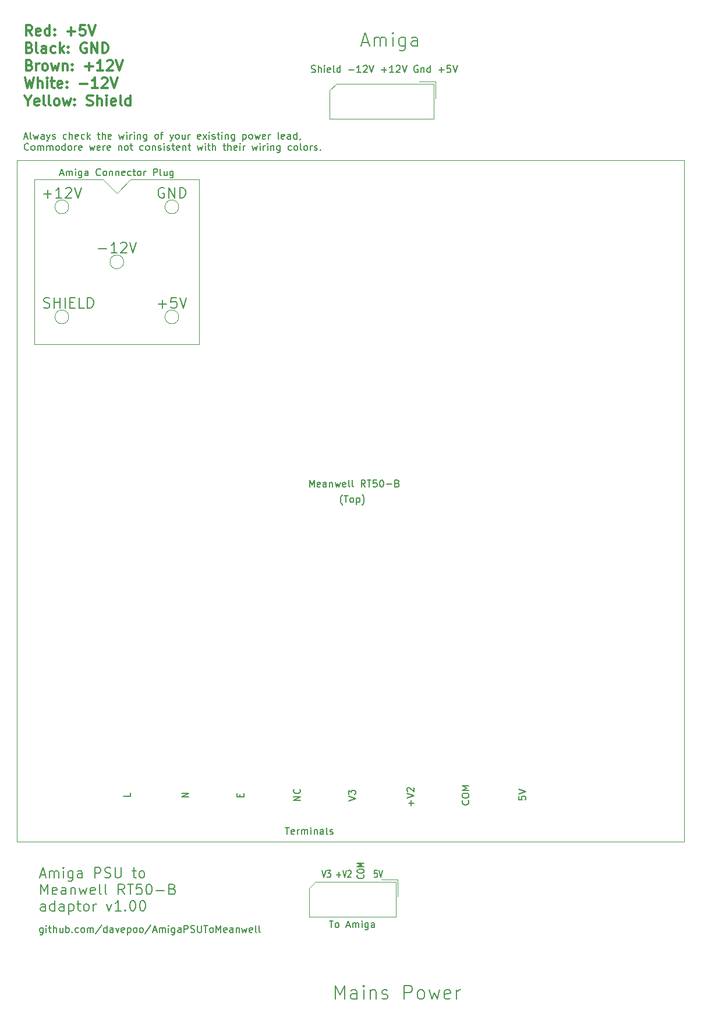
<source format=gbr>
%TF.GenerationSoftware,KiCad,Pcbnew,(5.1.6)-1*%
%TF.CreationDate,2020-08-06T22:58:29+01:00*%
%TF.ProjectId,KiKadAmigaMeanwell,4b694b61-6441-46d6-9967-614d65616e77,1.00*%
%TF.SameCoordinates,Original*%
%TF.FileFunction,Legend,Top*%
%TF.FilePolarity,Positive*%
%FSLAX46Y46*%
G04 Gerber Fmt 4.6, Leading zero omitted, Abs format (unit mm)*
G04 Created by KiCad (PCBNEW (5.1.6)-1) date 2020-08-06 22:58:29*
%MOMM*%
%LPD*%
G01*
G04 APERTURE LIST*
%ADD10C,0.150000*%
%ADD11C,0.300000*%
%ADD12C,0.120000*%
G04 APERTURE END LIST*
D10*
X73264166Y-166035714D02*
X73264166Y-166845238D01*
X73216547Y-166940476D01*
X73168928Y-166988095D01*
X73073690Y-167035714D01*
X72930833Y-167035714D01*
X72835595Y-166988095D01*
X73264166Y-166654761D02*
X73168928Y-166702380D01*
X72978452Y-166702380D01*
X72883214Y-166654761D01*
X72835595Y-166607142D01*
X72787976Y-166511904D01*
X72787976Y-166226190D01*
X72835595Y-166130952D01*
X72883214Y-166083333D01*
X72978452Y-166035714D01*
X73168928Y-166035714D01*
X73264166Y-166083333D01*
X73740357Y-166702380D02*
X73740357Y-166035714D01*
X73740357Y-165702380D02*
X73692738Y-165750000D01*
X73740357Y-165797619D01*
X73787976Y-165750000D01*
X73740357Y-165702380D01*
X73740357Y-165797619D01*
X74073690Y-166035714D02*
X74454642Y-166035714D01*
X74216547Y-165702380D02*
X74216547Y-166559523D01*
X74264166Y-166654761D01*
X74359404Y-166702380D01*
X74454642Y-166702380D01*
X74787976Y-166702380D02*
X74787976Y-165702380D01*
X75216547Y-166702380D02*
X75216547Y-166178571D01*
X75168928Y-166083333D01*
X75073690Y-166035714D01*
X74930833Y-166035714D01*
X74835595Y-166083333D01*
X74787976Y-166130952D01*
X76121309Y-166035714D02*
X76121309Y-166702380D01*
X75692738Y-166035714D02*
X75692738Y-166559523D01*
X75740357Y-166654761D01*
X75835595Y-166702380D01*
X75978452Y-166702380D01*
X76073690Y-166654761D01*
X76121309Y-166607142D01*
X76597500Y-166702380D02*
X76597500Y-165702380D01*
X76597500Y-166083333D02*
X76692738Y-166035714D01*
X76883214Y-166035714D01*
X76978452Y-166083333D01*
X77026071Y-166130952D01*
X77073690Y-166226190D01*
X77073690Y-166511904D01*
X77026071Y-166607142D01*
X76978452Y-166654761D01*
X76883214Y-166702380D01*
X76692738Y-166702380D01*
X76597500Y-166654761D01*
X77502261Y-166607142D02*
X77549880Y-166654761D01*
X77502261Y-166702380D01*
X77454642Y-166654761D01*
X77502261Y-166607142D01*
X77502261Y-166702380D01*
X78407023Y-166654761D02*
X78311785Y-166702380D01*
X78121309Y-166702380D01*
X78026071Y-166654761D01*
X77978452Y-166607142D01*
X77930833Y-166511904D01*
X77930833Y-166226190D01*
X77978452Y-166130952D01*
X78026071Y-166083333D01*
X78121309Y-166035714D01*
X78311785Y-166035714D01*
X78407023Y-166083333D01*
X78978452Y-166702380D02*
X78883214Y-166654761D01*
X78835595Y-166607142D01*
X78787976Y-166511904D01*
X78787976Y-166226190D01*
X78835595Y-166130952D01*
X78883214Y-166083333D01*
X78978452Y-166035714D01*
X79121309Y-166035714D01*
X79216547Y-166083333D01*
X79264166Y-166130952D01*
X79311785Y-166226190D01*
X79311785Y-166511904D01*
X79264166Y-166607142D01*
X79216547Y-166654761D01*
X79121309Y-166702380D01*
X78978452Y-166702380D01*
X79740357Y-166702380D02*
X79740357Y-166035714D01*
X79740357Y-166130952D02*
X79787976Y-166083333D01*
X79883214Y-166035714D01*
X80026071Y-166035714D01*
X80121309Y-166083333D01*
X80168928Y-166178571D01*
X80168928Y-166702380D01*
X80168928Y-166178571D02*
X80216547Y-166083333D01*
X80311785Y-166035714D01*
X80454642Y-166035714D01*
X80549880Y-166083333D01*
X80597500Y-166178571D01*
X80597500Y-166702380D01*
X81787976Y-165654761D02*
X80930833Y-166940476D01*
X82549880Y-166702380D02*
X82549880Y-165702380D01*
X82549880Y-166654761D02*
X82454642Y-166702380D01*
X82264166Y-166702380D01*
X82168928Y-166654761D01*
X82121309Y-166607142D01*
X82073690Y-166511904D01*
X82073690Y-166226190D01*
X82121309Y-166130952D01*
X82168928Y-166083333D01*
X82264166Y-166035714D01*
X82454642Y-166035714D01*
X82549880Y-166083333D01*
X83454642Y-166702380D02*
X83454642Y-166178571D01*
X83407023Y-166083333D01*
X83311785Y-166035714D01*
X83121309Y-166035714D01*
X83026071Y-166083333D01*
X83454642Y-166654761D02*
X83359404Y-166702380D01*
X83121309Y-166702380D01*
X83026071Y-166654761D01*
X82978452Y-166559523D01*
X82978452Y-166464285D01*
X83026071Y-166369047D01*
X83121309Y-166321428D01*
X83359404Y-166321428D01*
X83454642Y-166273809D01*
X83835595Y-166035714D02*
X84073690Y-166702380D01*
X84311785Y-166035714D01*
X85073690Y-166654761D02*
X84978452Y-166702380D01*
X84787976Y-166702380D01*
X84692738Y-166654761D01*
X84645119Y-166559523D01*
X84645119Y-166178571D01*
X84692738Y-166083333D01*
X84787976Y-166035714D01*
X84978452Y-166035714D01*
X85073690Y-166083333D01*
X85121309Y-166178571D01*
X85121309Y-166273809D01*
X84645119Y-166369047D01*
X85549880Y-166035714D02*
X85549880Y-167035714D01*
X85549880Y-166083333D02*
X85645119Y-166035714D01*
X85835595Y-166035714D01*
X85930833Y-166083333D01*
X85978452Y-166130952D01*
X86026071Y-166226190D01*
X86026071Y-166511904D01*
X85978452Y-166607142D01*
X85930833Y-166654761D01*
X85835595Y-166702380D01*
X85645119Y-166702380D01*
X85549880Y-166654761D01*
X86597500Y-166702380D02*
X86502261Y-166654761D01*
X86454642Y-166607142D01*
X86407023Y-166511904D01*
X86407023Y-166226190D01*
X86454642Y-166130952D01*
X86502261Y-166083333D01*
X86597500Y-166035714D01*
X86740357Y-166035714D01*
X86835595Y-166083333D01*
X86883214Y-166130952D01*
X86930833Y-166226190D01*
X86930833Y-166511904D01*
X86883214Y-166607142D01*
X86835595Y-166654761D01*
X86740357Y-166702380D01*
X86597500Y-166702380D01*
X87502261Y-166702380D02*
X87407023Y-166654761D01*
X87359404Y-166607142D01*
X87311785Y-166511904D01*
X87311785Y-166226190D01*
X87359404Y-166130952D01*
X87407023Y-166083333D01*
X87502261Y-166035714D01*
X87645119Y-166035714D01*
X87740357Y-166083333D01*
X87787976Y-166130952D01*
X87835595Y-166226190D01*
X87835595Y-166511904D01*
X87787976Y-166607142D01*
X87740357Y-166654761D01*
X87645119Y-166702380D01*
X87502261Y-166702380D01*
X88978452Y-165654761D02*
X88121309Y-166940476D01*
X89264166Y-166416666D02*
X89740357Y-166416666D01*
X89168928Y-166702380D02*
X89502261Y-165702380D01*
X89835595Y-166702380D01*
X90168928Y-166702380D02*
X90168928Y-166035714D01*
X90168928Y-166130952D02*
X90216547Y-166083333D01*
X90311785Y-166035714D01*
X90454642Y-166035714D01*
X90549880Y-166083333D01*
X90597500Y-166178571D01*
X90597500Y-166702380D01*
X90597500Y-166178571D02*
X90645119Y-166083333D01*
X90740357Y-166035714D01*
X90883214Y-166035714D01*
X90978452Y-166083333D01*
X91026071Y-166178571D01*
X91026071Y-166702380D01*
X91502261Y-166702380D02*
X91502261Y-166035714D01*
X91502261Y-165702380D02*
X91454642Y-165750000D01*
X91502261Y-165797619D01*
X91549880Y-165750000D01*
X91502261Y-165702380D01*
X91502261Y-165797619D01*
X92407023Y-166035714D02*
X92407023Y-166845238D01*
X92359404Y-166940476D01*
X92311785Y-166988095D01*
X92216547Y-167035714D01*
X92073690Y-167035714D01*
X91978452Y-166988095D01*
X92407023Y-166654761D02*
X92311785Y-166702380D01*
X92121309Y-166702380D01*
X92026071Y-166654761D01*
X91978452Y-166607142D01*
X91930833Y-166511904D01*
X91930833Y-166226190D01*
X91978452Y-166130952D01*
X92026071Y-166083333D01*
X92121309Y-166035714D01*
X92311785Y-166035714D01*
X92407023Y-166083333D01*
X93311785Y-166702380D02*
X93311785Y-166178571D01*
X93264166Y-166083333D01*
X93168928Y-166035714D01*
X92978452Y-166035714D01*
X92883214Y-166083333D01*
X93311785Y-166654761D02*
X93216547Y-166702380D01*
X92978452Y-166702380D01*
X92883214Y-166654761D01*
X92835595Y-166559523D01*
X92835595Y-166464285D01*
X92883214Y-166369047D01*
X92978452Y-166321428D01*
X93216547Y-166321428D01*
X93311785Y-166273809D01*
X93787976Y-166702380D02*
X93787976Y-165702380D01*
X94168928Y-165702380D01*
X94264166Y-165750000D01*
X94311785Y-165797619D01*
X94359404Y-165892857D01*
X94359404Y-166035714D01*
X94311785Y-166130952D01*
X94264166Y-166178571D01*
X94168928Y-166226190D01*
X93787976Y-166226190D01*
X94740357Y-166654761D02*
X94883214Y-166702380D01*
X95121309Y-166702380D01*
X95216547Y-166654761D01*
X95264166Y-166607142D01*
X95311785Y-166511904D01*
X95311785Y-166416666D01*
X95264166Y-166321428D01*
X95216547Y-166273809D01*
X95121309Y-166226190D01*
X94930833Y-166178571D01*
X94835595Y-166130952D01*
X94787976Y-166083333D01*
X94740357Y-165988095D01*
X94740357Y-165892857D01*
X94787976Y-165797619D01*
X94835595Y-165750000D01*
X94930833Y-165702380D01*
X95168928Y-165702380D01*
X95311785Y-165750000D01*
X95740357Y-165702380D02*
X95740357Y-166511904D01*
X95787976Y-166607142D01*
X95835595Y-166654761D01*
X95930833Y-166702380D01*
X96121309Y-166702380D01*
X96216547Y-166654761D01*
X96264166Y-166607142D01*
X96311785Y-166511904D01*
X96311785Y-165702380D01*
X96645119Y-165702380D02*
X97216547Y-165702380D01*
X96930833Y-166702380D02*
X96930833Y-165702380D01*
X97692738Y-166702380D02*
X97597500Y-166654761D01*
X97549880Y-166607142D01*
X97502261Y-166511904D01*
X97502261Y-166226190D01*
X97549880Y-166130952D01*
X97597500Y-166083333D01*
X97692738Y-166035714D01*
X97835595Y-166035714D01*
X97930833Y-166083333D01*
X97978452Y-166130952D01*
X98026071Y-166226190D01*
X98026071Y-166511904D01*
X97978452Y-166607142D01*
X97930833Y-166654761D01*
X97835595Y-166702380D01*
X97692738Y-166702380D01*
X98454642Y-166702380D02*
X98454642Y-165702380D01*
X98787976Y-166416666D01*
X99121309Y-165702380D01*
X99121309Y-166702380D01*
X99978452Y-166654761D02*
X99883214Y-166702380D01*
X99692738Y-166702380D01*
X99597499Y-166654761D01*
X99549880Y-166559523D01*
X99549880Y-166178571D01*
X99597499Y-166083333D01*
X99692738Y-166035714D01*
X99883214Y-166035714D01*
X99978452Y-166083333D01*
X100026071Y-166178571D01*
X100026071Y-166273809D01*
X99549880Y-166369047D01*
X100883214Y-166702380D02*
X100883214Y-166178571D01*
X100835595Y-166083333D01*
X100740357Y-166035714D01*
X100549880Y-166035714D01*
X100454642Y-166083333D01*
X100883214Y-166654761D02*
X100787976Y-166702380D01*
X100549880Y-166702380D01*
X100454642Y-166654761D01*
X100407023Y-166559523D01*
X100407023Y-166464285D01*
X100454642Y-166369047D01*
X100549880Y-166321428D01*
X100787976Y-166321428D01*
X100883214Y-166273809D01*
X101359404Y-166035714D02*
X101359404Y-166702380D01*
X101359404Y-166130952D02*
X101407023Y-166083333D01*
X101502261Y-166035714D01*
X101645119Y-166035714D01*
X101740357Y-166083333D01*
X101787976Y-166178571D01*
X101787976Y-166702380D01*
X102168928Y-166035714D02*
X102359404Y-166702380D01*
X102549880Y-166226190D01*
X102740357Y-166702380D01*
X102930833Y-166035714D01*
X103692738Y-166654761D02*
X103597499Y-166702380D01*
X103407023Y-166702380D01*
X103311785Y-166654761D01*
X103264166Y-166559523D01*
X103264166Y-166178571D01*
X103311785Y-166083333D01*
X103407023Y-166035714D01*
X103597499Y-166035714D01*
X103692738Y-166083333D01*
X103740357Y-166178571D01*
X103740357Y-166273809D01*
X103264166Y-166369047D01*
X104311785Y-166702380D02*
X104216547Y-166654761D01*
X104168928Y-166559523D01*
X104168928Y-165702380D01*
X104835595Y-166702380D02*
X104740357Y-166654761D01*
X104692738Y-166559523D01*
X104692738Y-165702380D01*
X116821428Y-104583333D02*
X116773809Y-104535714D01*
X116678571Y-104392857D01*
X116630952Y-104297619D01*
X116583333Y-104154761D01*
X116535714Y-103916666D01*
X116535714Y-103726190D01*
X116583333Y-103488095D01*
X116630952Y-103345238D01*
X116678571Y-103250000D01*
X116773809Y-103107142D01*
X116821428Y-103059523D01*
X117059523Y-103202380D02*
X117630952Y-103202380D01*
X117345238Y-104202380D02*
X117345238Y-103202380D01*
X118107142Y-104202380D02*
X118011904Y-104154761D01*
X117964285Y-104107142D01*
X117916666Y-104011904D01*
X117916666Y-103726190D01*
X117964285Y-103630952D01*
X118011904Y-103583333D01*
X118107142Y-103535714D01*
X118250000Y-103535714D01*
X118345238Y-103583333D01*
X118392857Y-103630952D01*
X118440476Y-103726190D01*
X118440476Y-104011904D01*
X118392857Y-104107142D01*
X118345238Y-104154761D01*
X118250000Y-104202380D01*
X118107142Y-104202380D01*
X118869047Y-103535714D02*
X118869047Y-104535714D01*
X118869047Y-103583333D02*
X118964285Y-103535714D01*
X119154761Y-103535714D01*
X119250000Y-103583333D01*
X119297619Y-103630952D01*
X119345238Y-103726190D01*
X119345238Y-104011904D01*
X119297619Y-104107142D01*
X119250000Y-104154761D01*
X119154761Y-104202380D01*
X118964285Y-104202380D01*
X118869047Y-104154761D01*
X119678571Y-104583333D02*
X119726190Y-104535714D01*
X119821428Y-104392857D01*
X119869047Y-104297619D01*
X119916666Y-104154761D01*
X119964285Y-103916666D01*
X119964285Y-103726190D01*
X119916666Y-103488095D01*
X119869047Y-103345238D01*
X119821428Y-103250000D01*
X119726190Y-103107142D01*
X119678571Y-103059523D01*
D11*
X71659285Y-36328571D02*
X71159285Y-35614285D01*
X70802142Y-36328571D02*
X70802142Y-34828571D01*
X71373571Y-34828571D01*
X71516428Y-34900000D01*
X71587857Y-34971428D01*
X71659285Y-35114285D01*
X71659285Y-35328571D01*
X71587857Y-35471428D01*
X71516428Y-35542857D01*
X71373571Y-35614285D01*
X70802142Y-35614285D01*
X72873571Y-36257142D02*
X72730714Y-36328571D01*
X72445000Y-36328571D01*
X72302142Y-36257142D01*
X72230714Y-36114285D01*
X72230714Y-35542857D01*
X72302142Y-35400000D01*
X72445000Y-35328571D01*
X72730714Y-35328571D01*
X72873571Y-35400000D01*
X72945000Y-35542857D01*
X72945000Y-35685714D01*
X72230714Y-35828571D01*
X74230714Y-36328571D02*
X74230714Y-34828571D01*
X74230714Y-36257142D02*
X74087857Y-36328571D01*
X73802142Y-36328571D01*
X73659285Y-36257142D01*
X73587857Y-36185714D01*
X73516428Y-36042857D01*
X73516428Y-35614285D01*
X73587857Y-35471428D01*
X73659285Y-35400000D01*
X73802142Y-35328571D01*
X74087857Y-35328571D01*
X74230714Y-35400000D01*
X74945000Y-36185714D02*
X75016428Y-36257142D01*
X74945000Y-36328571D01*
X74873571Y-36257142D01*
X74945000Y-36185714D01*
X74945000Y-36328571D01*
X74945000Y-35400000D02*
X75016428Y-35471428D01*
X74945000Y-35542857D01*
X74873571Y-35471428D01*
X74945000Y-35400000D01*
X74945000Y-35542857D01*
X76802142Y-35757142D02*
X77945000Y-35757142D01*
X77373571Y-36328571D02*
X77373571Y-35185714D01*
X79373571Y-34828571D02*
X78659285Y-34828571D01*
X78587857Y-35542857D01*
X78659285Y-35471428D01*
X78802142Y-35400000D01*
X79159285Y-35400000D01*
X79302142Y-35471428D01*
X79373571Y-35542857D01*
X79445000Y-35685714D01*
X79445000Y-36042857D01*
X79373571Y-36185714D01*
X79302142Y-36257142D01*
X79159285Y-36328571D01*
X78802142Y-36328571D01*
X78659285Y-36257142D01*
X78587857Y-36185714D01*
X79873571Y-34828571D02*
X80373571Y-36328571D01*
X80873571Y-34828571D01*
X71302142Y-38092857D02*
X71516428Y-38164285D01*
X71587857Y-38235714D01*
X71659285Y-38378571D01*
X71659285Y-38592857D01*
X71587857Y-38735714D01*
X71516428Y-38807142D01*
X71373571Y-38878571D01*
X70802142Y-38878571D01*
X70802142Y-37378571D01*
X71302142Y-37378571D01*
X71445000Y-37450000D01*
X71516428Y-37521428D01*
X71587857Y-37664285D01*
X71587857Y-37807142D01*
X71516428Y-37950000D01*
X71445000Y-38021428D01*
X71302142Y-38092857D01*
X70802142Y-38092857D01*
X72516428Y-38878571D02*
X72373571Y-38807142D01*
X72302142Y-38664285D01*
X72302142Y-37378571D01*
X73730714Y-38878571D02*
X73730714Y-38092857D01*
X73659285Y-37950000D01*
X73516428Y-37878571D01*
X73230714Y-37878571D01*
X73087857Y-37950000D01*
X73730714Y-38807142D02*
X73587857Y-38878571D01*
X73230714Y-38878571D01*
X73087857Y-38807142D01*
X73016428Y-38664285D01*
X73016428Y-38521428D01*
X73087857Y-38378571D01*
X73230714Y-38307142D01*
X73587857Y-38307142D01*
X73730714Y-38235714D01*
X75087857Y-38807142D02*
X74945000Y-38878571D01*
X74659285Y-38878571D01*
X74516428Y-38807142D01*
X74445000Y-38735714D01*
X74373571Y-38592857D01*
X74373571Y-38164285D01*
X74445000Y-38021428D01*
X74516428Y-37950000D01*
X74659285Y-37878571D01*
X74945000Y-37878571D01*
X75087857Y-37950000D01*
X75730714Y-38878571D02*
X75730714Y-37378571D01*
X75873571Y-38307142D02*
X76302142Y-38878571D01*
X76302142Y-37878571D02*
X75730714Y-38450000D01*
X76945000Y-38735714D02*
X77016428Y-38807142D01*
X76945000Y-38878571D01*
X76873571Y-38807142D01*
X76945000Y-38735714D01*
X76945000Y-38878571D01*
X76945000Y-37950000D02*
X77016428Y-38021428D01*
X76945000Y-38092857D01*
X76873571Y-38021428D01*
X76945000Y-37950000D01*
X76945000Y-38092857D01*
X79587857Y-37450000D02*
X79445000Y-37378571D01*
X79230714Y-37378571D01*
X79016428Y-37450000D01*
X78873571Y-37592857D01*
X78802142Y-37735714D01*
X78730714Y-38021428D01*
X78730714Y-38235714D01*
X78802142Y-38521428D01*
X78873571Y-38664285D01*
X79016428Y-38807142D01*
X79230714Y-38878571D01*
X79373571Y-38878571D01*
X79587857Y-38807142D01*
X79659285Y-38735714D01*
X79659285Y-38235714D01*
X79373571Y-38235714D01*
X80302142Y-38878571D02*
X80302142Y-37378571D01*
X81159285Y-38878571D01*
X81159285Y-37378571D01*
X81873571Y-38878571D02*
X81873571Y-37378571D01*
X82230714Y-37378571D01*
X82445000Y-37450000D01*
X82587857Y-37592857D01*
X82659285Y-37735714D01*
X82730714Y-38021428D01*
X82730714Y-38235714D01*
X82659285Y-38521428D01*
X82587857Y-38664285D01*
X82445000Y-38807142D01*
X82230714Y-38878571D01*
X81873571Y-38878571D01*
X71302142Y-40642857D02*
X71516428Y-40714285D01*
X71587857Y-40785714D01*
X71659285Y-40928571D01*
X71659285Y-41142857D01*
X71587857Y-41285714D01*
X71516428Y-41357142D01*
X71373571Y-41428571D01*
X70802142Y-41428571D01*
X70802142Y-39928571D01*
X71302142Y-39928571D01*
X71445000Y-40000000D01*
X71516428Y-40071428D01*
X71587857Y-40214285D01*
X71587857Y-40357142D01*
X71516428Y-40500000D01*
X71445000Y-40571428D01*
X71302142Y-40642857D01*
X70802142Y-40642857D01*
X72302142Y-41428571D02*
X72302142Y-40428571D01*
X72302142Y-40714285D02*
X72373571Y-40571428D01*
X72445000Y-40500000D01*
X72587857Y-40428571D01*
X72730714Y-40428571D01*
X73445000Y-41428571D02*
X73302142Y-41357142D01*
X73230714Y-41285714D01*
X73159285Y-41142857D01*
X73159285Y-40714285D01*
X73230714Y-40571428D01*
X73302142Y-40500000D01*
X73445000Y-40428571D01*
X73659285Y-40428571D01*
X73802142Y-40500000D01*
X73873571Y-40571428D01*
X73945000Y-40714285D01*
X73945000Y-41142857D01*
X73873571Y-41285714D01*
X73802142Y-41357142D01*
X73659285Y-41428571D01*
X73445000Y-41428571D01*
X74445000Y-40428571D02*
X74730714Y-41428571D01*
X75016428Y-40714285D01*
X75302142Y-41428571D01*
X75587857Y-40428571D01*
X76159285Y-40428571D02*
X76159285Y-41428571D01*
X76159285Y-40571428D02*
X76230714Y-40500000D01*
X76373571Y-40428571D01*
X76587857Y-40428571D01*
X76730714Y-40500000D01*
X76802142Y-40642857D01*
X76802142Y-41428571D01*
X77516428Y-41285714D02*
X77587857Y-41357142D01*
X77516428Y-41428571D01*
X77445000Y-41357142D01*
X77516428Y-41285714D01*
X77516428Y-41428571D01*
X77516428Y-40500000D02*
X77587857Y-40571428D01*
X77516428Y-40642857D01*
X77445000Y-40571428D01*
X77516428Y-40500000D01*
X77516428Y-40642857D01*
X79373571Y-40857142D02*
X80516428Y-40857142D01*
X79945000Y-41428571D02*
X79945000Y-40285714D01*
X82016428Y-41428571D02*
X81159285Y-41428571D01*
X81587857Y-41428571D02*
X81587857Y-39928571D01*
X81445000Y-40142857D01*
X81302142Y-40285714D01*
X81159285Y-40357142D01*
X82587857Y-40071428D02*
X82659285Y-40000000D01*
X82802142Y-39928571D01*
X83159285Y-39928571D01*
X83302142Y-40000000D01*
X83373571Y-40071428D01*
X83445000Y-40214285D01*
X83445000Y-40357142D01*
X83373571Y-40571428D01*
X82516428Y-41428571D01*
X83445000Y-41428571D01*
X83873571Y-39928571D02*
X84373571Y-41428571D01*
X84873571Y-39928571D01*
X70659285Y-42478571D02*
X71016428Y-43978571D01*
X71302142Y-42907142D01*
X71587857Y-43978571D01*
X71945000Y-42478571D01*
X72516428Y-43978571D02*
X72516428Y-42478571D01*
X73159285Y-43978571D02*
X73159285Y-43192857D01*
X73087857Y-43050000D01*
X72945000Y-42978571D01*
X72730714Y-42978571D01*
X72587857Y-43050000D01*
X72516428Y-43121428D01*
X73873571Y-43978571D02*
X73873571Y-42978571D01*
X73873571Y-42478571D02*
X73802142Y-42550000D01*
X73873571Y-42621428D01*
X73945000Y-42550000D01*
X73873571Y-42478571D01*
X73873571Y-42621428D01*
X74373571Y-42978571D02*
X74945000Y-42978571D01*
X74587857Y-42478571D02*
X74587857Y-43764285D01*
X74659285Y-43907142D01*
X74802142Y-43978571D01*
X74945000Y-43978571D01*
X76016428Y-43907142D02*
X75873571Y-43978571D01*
X75587857Y-43978571D01*
X75445000Y-43907142D01*
X75373571Y-43764285D01*
X75373571Y-43192857D01*
X75445000Y-43050000D01*
X75587857Y-42978571D01*
X75873571Y-42978571D01*
X76016428Y-43050000D01*
X76087857Y-43192857D01*
X76087857Y-43335714D01*
X75373571Y-43478571D01*
X76730714Y-43835714D02*
X76802142Y-43907142D01*
X76730714Y-43978571D01*
X76659285Y-43907142D01*
X76730714Y-43835714D01*
X76730714Y-43978571D01*
X76730714Y-43050000D02*
X76802142Y-43121428D01*
X76730714Y-43192857D01*
X76659285Y-43121428D01*
X76730714Y-43050000D01*
X76730714Y-43192857D01*
X78587857Y-43407142D02*
X79730714Y-43407142D01*
X81230714Y-43978571D02*
X80373571Y-43978571D01*
X80802142Y-43978571D02*
X80802142Y-42478571D01*
X80659285Y-42692857D01*
X80516428Y-42835714D01*
X80373571Y-42907142D01*
X81802142Y-42621428D02*
X81873571Y-42550000D01*
X82016428Y-42478571D01*
X82373571Y-42478571D01*
X82516428Y-42550000D01*
X82587857Y-42621428D01*
X82659285Y-42764285D01*
X82659285Y-42907142D01*
X82587857Y-43121428D01*
X81730714Y-43978571D01*
X82659285Y-43978571D01*
X83087857Y-42478571D02*
X83587857Y-43978571D01*
X84087857Y-42478571D01*
X71087857Y-45814285D02*
X71087857Y-46528571D01*
X70587857Y-45028571D02*
X71087857Y-45814285D01*
X71587857Y-45028571D01*
X72659285Y-46457142D02*
X72516428Y-46528571D01*
X72230714Y-46528571D01*
X72087857Y-46457142D01*
X72016428Y-46314285D01*
X72016428Y-45742857D01*
X72087857Y-45600000D01*
X72230714Y-45528571D01*
X72516428Y-45528571D01*
X72659285Y-45600000D01*
X72730714Y-45742857D01*
X72730714Y-45885714D01*
X72016428Y-46028571D01*
X73587857Y-46528571D02*
X73445000Y-46457142D01*
X73373571Y-46314285D01*
X73373571Y-45028571D01*
X74373571Y-46528571D02*
X74230714Y-46457142D01*
X74159285Y-46314285D01*
X74159285Y-45028571D01*
X75159285Y-46528571D02*
X75016428Y-46457142D01*
X74945000Y-46385714D01*
X74873571Y-46242857D01*
X74873571Y-45814285D01*
X74945000Y-45671428D01*
X75016428Y-45600000D01*
X75159285Y-45528571D01*
X75373571Y-45528571D01*
X75516428Y-45600000D01*
X75587857Y-45671428D01*
X75659285Y-45814285D01*
X75659285Y-46242857D01*
X75587857Y-46385714D01*
X75516428Y-46457142D01*
X75373571Y-46528571D01*
X75159285Y-46528571D01*
X76159285Y-45528571D02*
X76445000Y-46528571D01*
X76730714Y-45814285D01*
X77016428Y-46528571D01*
X77302142Y-45528571D01*
X77873571Y-46385714D02*
X77945000Y-46457142D01*
X77873571Y-46528571D01*
X77802142Y-46457142D01*
X77873571Y-46385714D01*
X77873571Y-46528571D01*
X77873571Y-45600000D02*
X77945000Y-45671428D01*
X77873571Y-45742857D01*
X77802142Y-45671428D01*
X77873571Y-45600000D01*
X77873571Y-45742857D01*
X79659285Y-46457142D02*
X79873571Y-46528571D01*
X80230714Y-46528571D01*
X80373571Y-46457142D01*
X80445000Y-46385714D01*
X80516428Y-46242857D01*
X80516428Y-46100000D01*
X80445000Y-45957142D01*
X80373571Y-45885714D01*
X80230714Y-45814285D01*
X79945000Y-45742857D01*
X79802142Y-45671428D01*
X79730714Y-45600000D01*
X79659285Y-45457142D01*
X79659285Y-45314285D01*
X79730714Y-45171428D01*
X79802142Y-45100000D01*
X79945000Y-45028571D01*
X80302142Y-45028571D01*
X80516428Y-45100000D01*
X81159285Y-46528571D02*
X81159285Y-45028571D01*
X81802142Y-46528571D02*
X81802142Y-45742857D01*
X81730714Y-45600000D01*
X81587857Y-45528571D01*
X81373571Y-45528571D01*
X81230714Y-45600000D01*
X81159285Y-45671428D01*
X82516428Y-46528571D02*
X82516428Y-45528571D01*
X82516428Y-45028571D02*
X82445000Y-45100000D01*
X82516428Y-45171428D01*
X82587857Y-45100000D01*
X82516428Y-45028571D01*
X82516428Y-45171428D01*
X83802142Y-46457142D02*
X83659285Y-46528571D01*
X83373571Y-46528571D01*
X83230714Y-46457142D01*
X83159285Y-46314285D01*
X83159285Y-45742857D01*
X83230714Y-45600000D01*
X83373571Y-45528571D01*
X83659285Y-45528571D01*
X83802142Y-45600000D01*
X83873571Y-45742857D01*
X83873571Y-45885714D01*
X83159285Y-46028571D01*
X84730714Y-46528571D02*
X84587857Y-46457142D01*
X84516428Y-46314285D01*
X84516428Y-45028571D01*
X85945000Y-46528571D02*
X85945000Y-45028571D01*
X85945000Y-46457142D02*
X85802142Y-46528571D01*
X85516428Y-46528571D01*
X85373571Y-46457142D01*
X85302142Y-46385714D01*
X85230714Y-46242857D01*
X85230714Y-45814285D01*
X85302142Y-45671428D01*
X85373571Y-45600000D01*
X85516428Y-45528571D01*
X85802142Y-45528571D01*
X85945000Y-45600000D01*
D10*
X70537976Y-51091666D02*
X71014166Y-51091666D01*
X70442738Y-51377380D02*
X70776071Y-50377380D01*
X71109404Y-51377380D01*
X71585595Y-51377380D02*
X71490357Y-51329761D01*
X71442738Y-51234523D01*
X71442738Y-50377380D01*
X71871309Y-50710714D02*
X72061785Y-51377380D01*
X72252261Y-50901190D01*
X72442738Y-51377380D01*
X72633214Y-50710714D01*
X73442738Y-51377380D02*
X73442738Y-50853571D01*
X73395119Y-50758333D01*
X73299880Y-50710714D01*
X73109404Y-50710714D01*
X73014166Y-50758333D01*
X73442738Y-51329761D02*
X73347500Y-51377380D01*
X73109404Y-51377380D01*
X73014166Y-51329761D01*
X72966547Y-51234523D01*
X72966547Y-51139285D01*
X73014166Y-51044047D01*
X73109404Y-50996428D01*
X73347500Y-50996428D01*
X73442738Y-50948809D01*
X73823690Y-50710714D02*
X74061785Y-51377380D01*
X74299880Y-50710714D02*
X74061785Y-51377380D01*
X73966547Y-51615476D01*
X73918928Y-51663095D01*
X73823690Y-51710714D01*
X74633214Y-51329761D02*
X74728452Y-51377380D01*
X74918928Y-51377380D01*
X75014166Y-51329761D01*
X75061785Y-51234523D01*
X75061785Y-51186904D01*
X75014166Y-51091666D01*
X74918928Y-51044047D01*
X74776071Y-51044047D01*
X74680833Y-50996428D01*
X74633214Y-50901190D01*
X74633214Y-50853571D01*
X74680833Y-50758333D01*
X74776071Y-50710714D01*
X74918928Y-50710714D01*
X75014166Y-50758333D01*
X76680833Y-51329761D02*
X76585595Y-51377380D01*
X76395119Y-51377380D01*
X76299880Y-51329761D01*
X76252261Y-51282142D01*
X76204642Y-51186904D01*
X76204642Y-50901190D01*
X76252261Y-50805952D01*
X76299880Y-50758333D01*
X76395119Y-50710714D01*
X76585595Y-50710714D01*
X76680833Y-50758333D01*
X77109404Y-51377380D02*
X77109404Y-50377380D01*
X77537976Y-51377380D02*
X77537976Y-50853571D01*
X77490357Y-50758333D01*
X77395119Y-50710714D01*
X77252261Y-50710714D01*
X77157023Y-50758333D01*
X77109404Y-50805952D01*
X78395119Y-51329761D02*
X78299880Y-51377380D01*
X78109404Y-51377380D01*
X78014166Y-51329761D01*
X77966547Y-51234523D01*
X77966547Y-50853571D01*
X78014166Y-50758333D01*
X78109404Y-50710714D01*
X78299880Y-50710714D01*
X78395119Y-50758333D01*
X78442738Y-50853571D01*
X78442738Y-50948809D01*
X77966547Y-51044047D01*
X79299880Y-51329761D02*
X79204642Y-51377380D01*
X79014166Y-51377380D01*
X78918928Y-51329761D01*
X78871309Y-51282142D01*
X78823690Y-51186904D01*
X78823690Y-50901190D01*
X78871309Y-50805952D01*
X78918928Y-50758333D01*
X79014166Y-50710714D01*
X79204642Y-50710714D01*
X79299880Y-50758333D01*
X79728452Y-51377380D02*
X79728452Y-50377380D01*
X79823690Y-50996428D02*
X80109404Y-51377380D01*
X80109404Y-50710714D02*
X79728452Y-51091666D01*
X81157023Y-50710714D02*
X81537976Y-50710714D01*
X81299880Y-50377380D02*
X81299880Y-51234523D01*
X81347500Y-51329761D01*
X81442738Y-51377380D01*
X81537976Y-51377380D01*
X81871309Y-51377380D02*
X81871309Y-50377380D01*
X82299880Y-51377380D02*
X82299880Y-50853571D01*
X82252261Y-50758333D01*
X82157023Y-50710714D01*
X82014166Y-50710714D01*
X81918928Y-50758333D01*
X81871309Y-50805952D01*
X83157023Y-51329761D02*
X83061785Y-51377380D01*
X82871309Y-51377380D01*
X82776071Y-51329761D01*
X82728452Y-51234523D01*
X82728452Y-50853571D01*
X82776071Y-50758333D01*
X82871309Y-50710714D01*
X83061785Y-50710714D01*
X83157023Y-50758333D01*
X83204642Y-50853571D01*
X83204642Y-50948809D01*
X82728452Y-51044047D01*
X84299880Y-50710714D02*
X84490357Y-51377380D01*
X84680833Y-50901190D01*
X84871309Y-51377380D01*
X85061785Y-50710714D01*
X85442738Y-51377380D02*
X85442738Y-50710714D01*
X85442738Y-50377380D02*
X85395119Y-50425000D01*
X85442738Y-50472619D01*
X85490357Y-50425000D01*
X85442738Y-50377380D01*
X85442738Y-50472619D01*
X85918928Y-51377380D02*
X85918928Y-50710714D01*
X85918928Y-50901190D02*
X85966547Y-50805952D01*
X86014166Y-50758333D01*
X86109404Y-50710714D01*
X86204642Y-50710714D01*
X86537976Y-51377380D02*
X86537976Y-50710714D01*
X86537976Y-50377380D02*
X86490357Y-50425000D01*
X86537976Y-50472619D01*
X86585595Y-50425000D01*
X86537976Y-50377380D01*
X86537976Y-50472619D01*
X87014166Y-50710714D02*
X87014166Y-51377380D01*
X87014166Y-50805952D02*
X87061785Y-50758333D01*
X87157023Y-50710714D01*
X87299880Y-50710714D01*
X87395119Y-50758333D01*
X87442738Y-50853571D01*
X87442738Y-51377380D01*
X88347500Y-50710714D02*
X88347500Y-51520238D01*
X88299880Y-51615476D01*
X88252261Y-51663095D01*
X88157023Y-51710714D01*
X88014166Y-51710714D01*
X87918928Y-51663095D01*
X88347500Y-51329761D02*
X88252261Y-51377380D01*
X88061785Y-51377380D01*
X87966547Y-51329761D01*
X87918928Y-51282142D01*
X87871309Y-51186904D01*
X87871309Y-50901190D01*
X87918928Y-50805952D01*
X87966547Y-50758333D01*
X88061785Y-50710714D01*
X88252261Y-50710714D01*
X88347500Y-50758333D01*
X89728452Y-51377380D02*
X89633214Y-51329761D01*
X89585595Y-51282142D01*
X89537976Y-51186904D01*
X89537976Y-50901190D01*
X89585595Y-50805952D01*
X89633214Y-50758333D01*
X89728452Y-50710714D01*
X89871309Y-50710714D01*
X89966547Y-50758333D01*
X90014166Y-50805952D01*
X90061785Y-50901190D01*
X90061785Y-51186904D01*
X90014166Y-51282142D01*
X89966547Y-51329761D01*
X89871309Y-51377380D01*
X89728452Y-51377380D01*
X90347500Y-50710714D02*
X90728452Y-50710714D01*
X90490357Y-51377380D02*
X90490357Y-50520238D01*
X90537976Y-50425000D01*
X90633214Y-50377380D01*
X90728452Y-50377380D01*
X91728452Y-50710714D02*
X91966547Y-51377380D01*
X92204642Y-50710714D02*
X91966547Y-51377380D01*
X91871309Y-51615476D01*
X91823690Y-51663095D01*
X91728452Y-51710714D01*
X92728452Y-51377380D02*
X92633214Y-51329761D01*
X92585595Y-51282142D01*
X92537976Y-51186904D01*
X92537976Y-50901190D01*
X92585595Y-50805952D01*
X92633214Y-50758333D01*
X92728452Y-50710714D01*
X92871309Y-50710714D01*
X92966547Y-50758333D01*
X93014166Y-50805952D01*
X93061785Y-50901190D01*
X93061785Y-51186904D01*
X93014166Y-51282142D01*
X92966547Y-51329761D01*
X92871309Y-51377380D01*
X92728452Y-51377380D01*
X93918928Y-50710714D02*
X93918928Y-51377380D01*
X93490357Y-50710714D02*
X93490357Y-51234523D01*
X93537976Y-51329761D01*
X93633214Y-51377380D01*
X93776071Y-51377380D01*
X93871309Y-51329761D01*
X93918928Y-51282142D01*
X94395119Y-51377380D02*
X94395119Y-50710714D01*
X94395119Y-50901190D02*
X94442738Y-50805952D01*
X94490357Y-50758333D01*
X94585595Y-50710714D01*
X94680833Y-50710714D01*
X96157023Y-51329761D02*
X96061785Y-51377380D01*
X95871309Y-51377380D01*
X95776071Y-51329761D01*
X95728452Y-51234523D01*
X95728452Y-50853571D01*
X95776071Y-50758333D01*
X95871309Y-50710714D01*
X96061785Y-50710714D01*
X96157023Y-50758333D01*
X96204642Y-50853571D01*
X96204642Y-50948809D01*
X95728452Y-51044047D01*
X96537976Y-51377380D02*
X97061785Y-50710714D01*
X96537976Y-50710714D02*
X97061785Y-51377380D01*
X97442738Y-51377380D02*
X97442738Y-50710714D01*
X97442738Y-50377380D02*
X97395119Y-50425000D01*
X97442738Y-50472619D01*
X97490357Y-50425000D01*
X97442738Y-50377380D01*
X97442738Y-50472619D01*
X97871309Y-51329761D02*
X97966547Y-51377380D01*
X98157023Y-51377380D01*
X98252261Y-51329761D01*
X98299880Y-51234523D01*
X98299880Y-51186904D01*
X98252261Y-51091666D01*
X98157023Y-51044047D01*
X98014166Y-51044047D01*
X97918928Y-50996428D01*
X97871309Y-50901190D01*
X97871309Y-50853571D01*
X97918928Y-50758333D01*
X98014166Y-50710714D01*
X98157023Y-50710714D01*
X98252261Y-50758333D01*
X98585595Y-50710714D02*
X98966547Y-50710714D01*
X98728452Y-50377380D02*
X98728452Y-51234523D01*
X98776071Y-51329761D01*
X98871309Y-51377380D01*
X98966547Y-51377380D01*
X99299880Y-51377380D02*
X99299880Y-50710714D01*
X99299880Y-50377380D02*
X99252261Y-50425000D01*
X99299880Y-50472619D01*
X99347499Y-50425000D01*
X99299880Y-50377380D01*
X99299880Y-50472619D01*
X99776071Y-50710714D02*
X99776071Y-51377380D01*
X99776071Y-50805952D02*
X99823690Y-50758333D01*
X99918928Y-50710714D01*
X100061785Y-50710714D01*
X100157023Y-50758333D01*
X100204642Y-50853571D01*
X100204642Y-51377380D01*
X101109404Y-50710714D02*
X101109404Y-51520238D01*
X101061785Y-51615476D01*
X101014166Y-51663095D01*
X100918928Y-51710714D01*
X100776071Y-51710714D01*
X100680833Y-51663095D01*
X101109404Y-51329761D02*
X101014166Y-51377380D01*
X100823690Y-51377380D01*
X100728452Y-51329761D01*
X100680833Y-51282142D01*
X100633214Y-51186904D01*
X100633214Y-50901190D01*
X100680833Y-50805952D01*
X100728452Y-50758333D01*
X100823690Y-50710714D01*
X101014166Y-50710714D01*
X101109404Y-50758333D01*
X102347499Y-50710714D02*
X102347499Y-51710714D01*
X102347499Y-50758333D02*
X102442738Y-50710714D01*
X102633214Y-50710714D01*
X102728452Y-50758333D01*
X102776071Y-50805952D01*
X102823690Y-50901190D01*
X102823690Y-51186904D01*
X102776071Y-51282142D01*
X102728452Y-51329761D01*
X102633214Y-51377380D01*
X102442738Y-51377380D01*
X102347499Y-51329761D01*
X103395119Y-51377380D02*
X103299880Y-51329761D01*
X103252261Y-51282142D01*
X103204642Y-51186904D01*
X103204642Y-50901190D01*
X103252261Y-50805952D01*
X103299880Y-50758333D01*
X103395119Y-50710714D01*
X103537976Y-50710714D01*
X103633214Y-50758333D01*
X103680833Y-50805952D01*
X103728452Y-50901190D01*
X103728452Y-51186904D01*
X103680833Y-51282142D01*
X103633214Y-51329761D01*
X103537976Y-51377380D01*
X103395119Y-51377380D01*
X104061785Y-50710714D02*
X104252261Y-51377380D01*
X104442738Y-50901190D01*
X104633214Y-51377380D01*
X104823690Y-50710714D01*
X105585595Y-51329761D02*
X105490357Y-51377380D01*
X105299880Y-51377380D01*
X105204642Y-51329761D01*
X105157023Y-51234523D01*
X105157023Y-50853571D01*
X105204642Y-50758333D01*
X105299880Y-50710714D01*
X105490357Y-50710714D01*
X105585595Y-50758333D01*
X105633214Y-50853571D01*
X105633214Y-50948809D01*
X105157023Y-51044047D01*
X106061785Y-51377380D02*
X106061785Y-50710714D01*
X106061785Y-50901190D02*
X106109404Y-50805952D01*
X106157023Y-50758333D01*
X106252261Y-50710714D01*
X106347499Y-50710714D01*
X107585595Y-51377380D02*
X107490357Y-51329761D01*
X107442738Y-51234523D01*
X107442738Y-50377380D01*
X108347499Y-51329761D02*
X108252261Y-51377380D01*
X108061785Y-51377380D01*
X107966547Y-51329761D01*
X107918928Y-51234523D01*
X107918928Y-50853571D01*
X107966547Y-50758333D01*
X108061785Y-50710714D01*
X108252261Y-50710714D01*
X108347499Y-50758333D01*
X108395119Y-50853571D01*
X108395119Y-50948809D01*
X107918928Y-51044047D01*
X109252261Y-51377380D02*
X109252261Y-50853571D01*
X109204642Y-50758333D01*
X109109404Y-50710714D01*
X108918928Y-50710714D01*
X108823690Y-50758333D01*
X109252261Y-51329761D02*
X109157023Y-51377380D01*
X108918928Y-51377380D01*
X108823690Y-51329761D01*
X108776071Y-51234523D01*
X108776071Y-51139285D01*
X108823690Y-51044047D01*
X108918928Y-50996428D01*
X109157023Y-50996428D01*
X109252261Y-50948809D01*
X110157023Y-51377380D02*
X110157023Y-50377380D01*
X110157023Y-51329761D02*
X110061785Y-51377380D01*
X109871309Y-51377380D01*
X109776071Y-51329761D01*
X109728452Y-51282142D01*
X109680833Y-51186904D01*
X109680833Y-50901190D01*
X109728452Y-50805952D01*
X109776071Y-50758333D01*
X109871309Y-50710714D01*
X110061785Y-50710714D01*
X110157023Y-50758333D01*
X110680833Y-51329761D02*
X110680833Y-51377380D01*
X110633214Y-51472619D01*
X110585595Y-51520238D01*
X71157023Y-52932142D02*
X71109404Y-52979761D01*
X70966547Y-53027380D01*
X70871309Y-53027380D01*
X70728452Y-52979761D01*
X70633214Y-52884523D01*
X70585595Y-52789285D01*
X70537976Y-52598809D01*
X70537976Y-52455952D01*
X70585595Y-52265476D01*
X70633214Y-52170238D01*
X70728452Y-52075000D01*
X70871309Y-52027380D01*
X70966547Y-52027380D01*
X71109404Y-52075000D01*
X71157023Y-52122619D01*
X71728452Y-53027380D02*
X71633214Y-52979761D01*
X71585595Y-52932142D01*
X71537976Y-52836904D01*
X71537976Y-52551190D01*
X71585595Y-52455952D01*
X71633214Y-52408333D01*
X71728452Y-52360714D01*
X71871309Y-52360714D01*
X71966547Y-52408333D01*
X72014166Y-52455952D01*
X72061785Y-52551190D01*
X72061785Y-52836904D01*
X72014166Y-52932142D01*
X71966547Y-52979761D01*
X71871309Y-53027380D01*
X71728452Y-53027380D01*
X72490357Y-53027380D02*
X72490357Y-52360714D01*
X72490357Y-52455952D02*
X72537976Y-52408333D01*
X72633214Y-52360714D01*
X72776071Y-52360714D01*
X72871309Y-52408333D01*
X72918928Y-52503571D01*
X72918928Y-53027380D01*
X72918928Y-52503571D02*
X72966547Y-52408333D01*
X73061785Y-52360714D01*
X73204642Y-52360714D01*
X73299880Y-52408333D01*
X73347500Y-52503571D01*
X73347500Y-53027380D01*
X73823690Y-53027380D02*
X73823690Y-52360714D01*
X73823690Y-52455952D02*
X73871309Y-52408333D01*
X73966547Y-52360714D01*
X74109404Y-52360714D01*
X74204642Y-52408333D01*
X74252261Y-52503571D01*
X74252261Y-53027380D01*
X74252261Y-52503571D02*
X74299880Y-52408333D01*
X74395119Y-52360714D01*
X74537976Y-52360714D01*
X74633214Y-52408333D01*
X74680833Y-52503571D01*
X74680833Y-53027380D01*
X75299880Y-53027380D02*
X75204642Y-52979761D01*
X75157023Y-52932142D01*
X75109404Y-52836904D01*
X75109404Y-52551190D01*
X75157023Y-52455952D01*
X75204642Y-52408333D01*
X75299880Y-52360714D01*
X75442738Y-52360714D01*
X75537976Y-52408333D01*
X75585595Y-52455952D01*
X75633214Y-52551190D01*
X75633214Y-52836904D01*
X75585595Y-52932142D01*
X75537976Y-52979761D01*
X75442738Y-53027380D01*
X75299880Y-53027380D01*
X76490357Y-53027380D02*
X76490357Y-52027380D01*
X76490357Y-52979761D02*
X76395119Y-53027380D01*
X76204642Y-53027380D01*
X76109404Y-52979761D01*
X76061785Y-52932142D01*
X76014166Y-52836904D01*
X76014166Y-52551190D01*
X76061785Y-52455952D01*
X76109404Y-52408333D01*
X76204642Y-52360714D01*
X76395119Y-52360714D01*
X76490357Y-52408333D01*
X77109404Y-53027380D02*
X77014166Y-52979761D01*
X76966547Y-52932142D01*
X76918928Y-52836904D01*
X76918928Y-52551190D01*
X76966547Y-52455952D01*
X77014166Y-52408333D01*
X77109404Y-52360714D01*
X77252261Y-52360714D01*
X77347500Y-52408333D01*
X77395119Y-52455952D01*
X77442738Y-52551190D01*
X77442738Y-52836904D01*
X77395119Y-52932142D01*
X77347500Y-52979761D01*
X77252261Y-53027380D01*
X77109404Y-53027380D01*
X77871309Y-53027380D02*
X77871309Y-52360714D01*
X77871309Y-52551190D02*
X77918928Y-52455952D01*
X77966547Y-52408333D01*
X78061785Y-52360714D01*
X78157023Y-52360714D01*
X78871309Y-52979761D02*
X78776071Y-53027380D01*
X78585595Y-53027380D01*
X78490357Y-52979761D01*
X78442738Y-52884523D01*
X78442738Y-52503571D01*
X78490357Y-52408333D01*
X78585595Y-52360714D01*
X78776071Y-52360714D01*
X78871309Y-52408333D01*
X78918928Y-52503571D01*
X78918928Y-52598809D01*
X78442738Y-52694047D01*
X80014166Y-52360714D02*
X80204642Y-53027380D01*
X80395119Y-52551190D01*
X80585595Y-53027380D01*
X80776071Y-52360714D01*
X81537976Y-52979761D02*
X81442738Y-53027380D01*
X81252261Y-53027380D01*
X81157023Y-52979761D01*
X81109404Y-52884523D01*
X81109404Y-52503571D01*
X81157023Y-52408333D01*
X81252261Y-52360714D01*
X81442738Y-52360714D01*
X81537976Y-52408333D01*
X81585595Y-52503571D01*
X81585595Y-52598809D01*
X81109404Y-52694047D01*
X82014166Y-53027380D02*
X82014166Y-52360714D01*
X82014166Y-52551190D02*
X82061785Y-52455952D01*
X82109404Y-52408333D01*
X82204642Y-52360714D01*
X82299880Y-52360714D01*
X83014166Y-52979761D02*
X82918928Y-53027380D01*
X82728452Y-53027380D01*
X82633214Y-52979761D01*
X82585595Y-52884523D01*
X82585595Y-52503571D01*
X82633214Y-52408333D01*
X82728452Y-52360714D01*
X82918928Y-52360714D01*
X83014166Y-52408333D01*
X83061785Y-52503571D01*
X83061785Y-52598809D01*
X82585595Y-52694047D01*
X84252261Y-52360714D02*
X84252261Y-53027380D01*
X84252261Y-52455952D02*
X84299880Y-52408333D01*
X84395119Y-52360714D01*
X84537976Y-52360714D01*
X84633214Y-52408333D01*
X84680833Y-52503571D01*
X84680833Y-53027380D01*
X85299880Y-53027380D02*
X85204642Y-52979761D01*
X85157023Y-52932142D01*
X85109404Y-52836904D01*
X85109404Y-52551190D01*
X85157023Y-52455952D01*
X85204642Y-52408333D01*
X85299880Y-52360714D01*
X85442738Y-52360714D01*
X85537976Y-52408333D01*
X85585595Y-52455952D01*
X85633214Y-52551190D01*
X85633214Y-52836904D01*
X85585595Y-52932142D01*
X85537976Y-52979761D01*
X85442738Y-53027380D01*
X85299880Y-53027380D01*
X85918928Y-52360714D02*
X86299880Y-52360714D01*
X86061785Y-52027380D02*
X86061785Y-52884523D01*
X86109404Y-52979761D01*
X86204642Y-53027380D01*
X86299880Y-53027380D01*
X87823690Y-52979761D02*
X87728452Y-53027380D01*
X87537976Y-53027380D01*
X87442738Y-52979761D01*
X87395119Y-52932142D01*
X87347500Y-52836904D01*
X87347500Y-52551190D01*
X87395119Y-52455952D01*
X87442738Y-52408333D01*
X87537976Y-52360714D01*
X87728452Y-52360714D01*
X87823690Y-52408333D01*
X88395119Y-53027380D02*
X88299880Y-52979761D01*
X88252261Y-52932142D01*
X88204642Y-52836904D01*
X88204642Y-52551190D01*
X88252261Y-52455952D01*
X88299880Y-52408333D01*
X88395119Y-52360714D01*
X88537976Y-52360714D01*
X88633214Y-52408333D01*
X88680833Y-52455952D01*
X88728452Y-52551190D01*
X88728452Y-52836904D01*
X88680833Y-52932142D01*
X88633214Y-52979761D01*
X88537976Y-53027380D01*
X88395119Y-53027380D01*
X89157023Y-52360714D02*
X89157023Y-53027380D01*
X89157023Y-52455952D02*
X89204642Y-52408333D01*
X89299880Y-52360714D01*
X89442738Y-52360714D01*
X89537976Y-52408333D01*
X89585595Y-52503571D01*
X89585595Y-53027380D01*
X90014166Y-52979761D02*
X90109404Y-53027380D01*
X90299880Y-53027380D01*
X90395119Y-52979761D01*
X90442738Y-52884523D01*
X90442738Y-52836904D01*
X90395119Y-52741666D01*
X90299880Y-52694047D01*
X90157023Y-52694047D01*
X90061785Y-52646428D01*
X90014166Y-52551190D01*
X90014166Y-52503571D01*
X90061785Y-52408333D01*
X90157023Y-52360714D01*
X90299880Y-52360714D01*
X90395119Y-52408333D01*
X90871309Y-53027380D02*
X90871309Y-52360714D01*
X90871309Y-52027380D02*
X90823690Y-52075000D01*
X90871309Y-52122619D01*
X90918928Y-52075000D01*
X90871309Y-52027380D01*
X90871309Y-52122619D01*
X91299880Y-52979761D02*
X91395119Y-53027380D01*
X91585595Y-53027380D01*
X91680833Y-52979761D01*
X91728452Y-52884523D01*
X91728452Y-52836904D01*
X91680833Y-52741666D01*
X91585595Y-52694047D01*
X91442738Y-52694047D01*
X91347500Y-52646428D01*
X91299880Y-52551190D01*
X91299880Y-52503571D01*
X91347500Y-52408333D01*
X91442738Y-52360714D01*
X91585595Y-52360714D01*
X91680833Y-52408333D01*
X92014166Y-52360714D02*
X92395119Y-52360714D01*
X92157023Y-52027380D02*
X92157023Y-52884523D01*
X92204642Y-52979761D01*
X92299880Y-53027380D01*
X92395119Y-53027380D01*
X93109404Y-52979761D02*
X93014166Y-53027380D01*
X92823690Y-53027380D01*
X92728452Y-52979761D01*
X92680833Y-52884523D01*
X92680833Y-52503571D01*
X92728452Y-52408333D01*
X92823690Y-52360714D01*
X93014166Y-52360714D01*
X93109404Y-52408333D01*
X93157023Y-52503571D01*
X93157023Y-52598809D01*
X92680833Y-52694047D01*
X93585595Y-52360714D02*
X93585595Y-53027380D01*
X93585595Y-52455952D02*
X93633214Y-52408333D01*
X93728452Y-52360714D01*
X93871309Y-52360714D01*
X93966547Y-52408333D01*
X94014166Y-52503571D01*
X94014166Y-53027380D01*
X94347500Y-52360714D02*
X94728452Y-52360714D01*
X94490357Y-52027380D02*
X94490357Y-52884523D01*
X94537976Y-52979761D01*
X94633214Y-53027380D01*
X94728452Y-53027380D01*
X95728452Y-52360714D02*
X95918928Y-53027380D01*
X96109404Y-52551190D01*
X96299880Y-53027380D01*
X96490357Y-52360714D01*
X96871309Y-53027380D02*
X96871309Y-52360714D01*
X96871309Y-52027380D02*
X96823690Y-52075000D01*
X96871309Y-52122619D01*
X96918928Y-52075000D01*
X96871309Y-52027380D01*
X96871309Y-52122619D01*
X97204642Y-52360714D02*
X97585595Y-52360714D01*
X97347500Y-52027380D02*
X97347500Y-52884523D01*
X97395119Y-52979761D01*
X97490357Y-53027380D01*
X97585595Y-53027380D01*
X97918928Y-53027380D02*
X97918928Y-52027380D01*
X98347500Y-53027380D02*
X98347500Y-52503571D01*
X98299880Y-52408333D01*
X98204642Y-52360714D01*
X98061785Y-52360714D01*
X97966547Y-52408333D01*
X97918928Y-52455952D01*
X99442738Y-52360714D02*
X99823690Y-52360714D01*
X99585595Y-52027380D02*
X99585595Y-52884523D01*
X99633214Y-52979761D01*
X99728452Y-53027380D01*
X99823690Y-53027380D01*
X100157023Y-53027380D02*
X100157023Y-52027380D01*
X100585595Y-53027380D02*
X100585595Y-52503571D01*
X100537976Y-52408333D01*
X100442738Y-52360714D01*
X100299880Y-52360714D01*
X100204642Y-52408333D01*
X100157023Y-52455952D01*
X101442738Y-52979761D02*
X101347499Y-53027380D01*
X101157023Y-53027380D01*
X101061785Y-52979761D01*
X101014166Y-52884523D01*
X101014166Y-52503571D01*
X101061785Y-52408333D01*
X101157023Y-52360714D01*
X101347499Y-52360714D01*
X101442738Y-52408333D01*
X101490357Y-52503571D01*
X101490357Y-52598809D01*
X101014166Y-52694047D01*
X101918928Y-53027380D02*
X101918928Y-52360714D01*
X101918928Y-52027380D02*
X101871309Y-52075000D01*
X101918928Y-52122619D01*
X101966547Y-52075000D01*
X101918928Y-52027380D01*
X101918928Y-52122619D01*
X102395119Y-53027380D02*
X102395119Y-52360714D01*
X102395119Y-52551190D02*
X102442738Y-52455952D01*
X102490357Y-52408333D01*
X102585595Y-52360714D01*
X102680833Y-52360714D01*
X103680833Y-52360714D02*
X103871309Y-53027380D01*
X104061785Y-52551190D01*
X104252261Y-53027380D01*
X104442738Y-52360714D01*
X104823690Y-53027380D02*
X104823690Y-52360714D01*
X104823690Y-52027380D02*
X104776071Y-52075000D01*
X104823690Y-52122619D01*
X104871309Y-52075000D01*
X104823690Y-52027380D01*
X104823690Y-52122619D01*
X105299880Y-53027380D02*
X105299880Y-52360714D01*
X105299880Y-52551190D02*
X105347500Y-52455952D01*
X105395119Y-52408333D01*
X105490357Y-52360714D01*
X105585595Y-52360714D01*
X105918928Y-53027380D02*
X105918928Y-52360714D01*
X105918928Y-52027380D02*
X105871309Y-52075000D01*
X105918928Y-52122619D01*
X105966547Y-52075000D01*
X105918928Y-52027380D01*
X105918928Y-52122619D01*
X106395119Y-52360714D02*
X106395119Y-53027380D01*
X106395119Y-52455952D02*
X106442738Y-52408333D01*
X106537976Y-52360714D01*
X106680833Y-52360714D01*
X106776071Y-52408333D01*
X106823690Y-52503571D01*
X106823690Y-53027380D01*
X107728452Y-52360714D02*
X107728452Y-53170238D01*
X107680833Y-53265476D01*
X107633214Y-53313095D01*
X107537976Y-53360714D01*
X107395119Y-53360714D01*
X107299880Y-53313095D01*
X107728452Y-52979761D02*
X107633214Y-53027380D01*
X107442738Y-53027380D01*
X107347500Y-52979761D01*
X107299880Y-52932142D01*
X107252261Y-52836904D01*
X107252261Y-52551190D01*
X107299880Y-52455952D01*
X107347500Y-52408333D01*
X107442738Y-52360714D01*
X107633214Y-52360714D01*
X107728452Y-52408333D01*
X109395119Y-52979761D02*
X109299880Y-53027380D01*
X109109404Y-53027380D01*
X109014166Y-52979761D01*
X108966547Y-52932142D01*
X108918928Y-52836904D01*
X108918928Y-52551190D01*
X108966547Y-52455952D01*
X109014166Y-52408333D01*
X109109404Y-52360714D01*
X109299880Y-52360714D01*
X109395119Y-52408333D01*
X109966547Y-53027380D02*
X109871309Y-52979761D01*
X109823690Y-52932142D01*
X109776071Y-52836904D01*
X109776071Y-52551190D01*
X109823690Y-52455952D01*
X109871309Y-52408333D01*
X109966547Y-52360714D01*
X110109404Y-52360714D01*
X110204642Y-52408333D01*
X110252261Y-52455952D01*
X110299880Y-52551190D01*
X110299880Y-52836904D01*
X110252261Y-52932142D01*
X110204642Y-52979761D01*
X110109404Y-53027380D01*
X109966547Y-53027380D01*
X110871309Y-53027380D02*
X110776071Y-52979761D01*
X110728452Y-52884523D01*
X110728452Y-52027380D01*
X111395119Y-53027380D02*
X111299880Y-52979761D01*
X111252261Y-52932142D01*
X111204642Y-52836904D01*
X111204642Y-52551190D01*
X111252261Y-52455952D01*
X111299880Y-52408333D01*
X111395119Y-52360714D01*
X111537976Y-52360714D01*
X111633214Y-52408333D01*
X111680833Y-52455952D01*
X111728452Y-52551190D01*
X111728452Y-52836904D01*
X111680833Y-52932142D01*
X111633214Y-52979761D01*
X111537976Y-53027380D01*
X111395119Y-53027380D01*
X112157023Y-53027380D02*
X112157023Y-52360714D01*
X112157023Y-52551190D02*
X112204642Y-52455952D01*
X112252261Y-52408333D01*
X112347499Y-52360714D01*
X112442738Y-52360714D01*
X112728452Y-52979761D02*
X112823690Y-53027380D01*
X113014166Y-53027380D01*
X113109404Y-52979761D01*
X113157023Y-52884523D01*
X113157023Y-52836904D01*
X113109404Y-52741666D01*
X113014166Y-52694047D01*
X112871309Y-52694047D01*
X112776071Y-52646428D01*
X112728452Y-52551190D01*
X112728452Y-52503571D01*
X112776071Y-52408333D01*
X112871309Y-52360714D01*
X113014166Y-52360714D01*
X113109404Y-52408333D01*
X113585595Y-52932142D02*
X113633214Y-52979761D01*
X113585595Y-53027380D01*
X113537976Y-52979761D01*
X113585595Y-52932142D01*
X113585595Y-53027380D01*
X112297619Y-41654761D02*
X112440476Y-41702380D01*
X112678571Y-41702380D01*
X112773809Y-41654761D01*
X112821428Y-41607142D01*
X112869047Y-41511904D01*
X112869047Y-41416666D01*
X112821428Y-41321428D01*
X112773809Y-41273809D01*
X112678571Y-41226190D01*
X112488095Y-41178571D01*
X112392857Y-41130952D01*
X112345238Y-41083333D01*
X112297619Y-40988095D01*
X112297619Y-40892857D01*
X112345238Y-40797619D01*
X112392857Y-40750000D01*
X112488095Y-40702380D01*
X112726190Y-40702380D01*
X112869047Y-40750000D01*
X113297619Y-41702380D02*
X113297619Y-40702380D01*
X113726190Y-41702380D02*
X113726190Y-41178571D01*
X113678571Y-41083333D01*
X113583333Y-41035714D01*
X113440476Y-41035714D01*
X113345238Y-41083333D01*
X113297619Y-41130952D01*
X114202380Y-41702380D02*
X114202380Y-41035714D01*
X114202380Y-40702380D02*
X114154761Y-40750000D01*
X114202380Y-40797619D01*
X114250000Y-40750000D01*
X114202380Y-40702380D01*
X114202380Y-40797619D01*
X115059523Y-41654761D02*
X114964285Y-41702380D01*
X114773809Y-41702380D01*
X114678571Y-41654761D01*
X114630952Y-41559523D01*
X114630952Y-41178571D01*
X114678571Y-41083333D01*
X114773809Y-41035714D01*
X114964285Y-41035714D01*
X115059523Y-41083333D01*
X115107142Y-41178571D01*
X115107142Y-41273809D01*
X114630952Y-41369047D01*
X115678571Y-41702380D02*
X115583333Y-41654761D01*
X115535714Y-41559523D01*
X115535714Y-40702380D01*
X116488095Y-41702380D02*
X116488095Y-40702380D01*
X116488095Y-41654761D02*
X116392857Y-41702380D01*
X116202380Y-41702380D01*
X116107142Y-41654761D01*
X116059523Y-41607142D01*
X116011904Y-41511904D01*
X116011904Y-41226190D01*
X116059523Y-41130952D01*
X116107142Y-41083333D01*
X116202380Y-41035714D01*
X116392857Y-41035714D01*
X116488095Y-41083333D01*
X117726190Y-41321428D02*
X118488095Y-41321428D01*
X119488095Y-41702380D02*
X118916666Y-41702380D01*
X119202380Y-41702380D02*
X119202380Y-40702380D01*
X119107142Y-40845238D01*
X119011904Y-40940476D01*
X118916666Y-40988095D01*
X119869047Y-40797619D02*
X119916666Y-40750000D01*
X120011904Y-40702380D01*
X120250000Y-40702380D01*
X120345238Y-40750000D01*
X120392857Y-40797619D01*
X120440476Y-40892857D01*
X120440476Y-40988095D01*
X120392857Y-41130952D01*
X119821428Y-41702380D01*
X120440476Y-41702380D01*
X120726190Y-40702380D02*
X121059523Y-41702380D01*
X121392857Y-40702380D01*
X122488095Y-41321428D02*
X123249999Y-41321428D01*
X122869047Y-41702380D02*
X122869047Y-40940476D01*
X124249999Y-41702380D02*
X123678571Y-41702380D01*
X123964285Y-41702380D02*
X123964285Y-40702380D01*
X123869047Y-40845238D01*
X123773809Y-40940476D01*
X123678571Y-40988095D01*
X124630952Y-40797619D02*
X124678571Y-40750000D01*
X124773809Y-40702380D01*
X125011904Y-40702380D01*
X125107142Y-40750000D01*
X125154761Y-40797619D01*
X125202380Y-40892857D01*
X125202380Y-40988095D01*
X125154761Y-41130952D01*
X124583333Y-41702380D01*
X125202380Y-41702380D01*
X125488095Y-40702380D02*
X125821428Y-41702380D01*
X126154761Y-40702380D01*
X127773809Y-40750000D02*
X127678571Y-40702380D01*
X127535714Y-40702380D01*
X127392857Y-40750000D01*
X127297619Y-40845238D01*
X127249999Y-40940476D01*
X127202380Y-41130952D01*
X127202380Y-41273809D01*
X127249999Y-41464285D01*
X127297619Y-41559523D01*
X127392857Y-41654761D01*
X127535714Y-41702380D01*
X127630952Y-41702380D01*
X127773809Y-41654761D01*
X127821428Y-41607142D01*
X127821428Y-41273809D01*
X127630952Y-41273809D01*
X128249999Y-41035714D02*
X128249999Y-41702380D01*
X128249999Y-41130952D02*
X128297619Y-41083333D01*
X128392857Y-41035714D01*
X128535714Y-41035714D01*
X128630952Y-41083333D01*
X128678571Y-41178571D01*
X128678571Y-41702380D01*
X129583333Y-41702380D02*
X129583333Y-40702380D01*
X129583333Y-41654761D02*
X129488095Y-41702380D01*
X129297619Y-41702380D01*
X129202380Y-41654761D01*
X129154761Y-41607142D01*
X129107142Y-41511904D01*
X129107142Y-41226190D01*
X129154761Y-41130952D01*
X129202380Y-41083333D01*
X129297619Y-41035714D01*
X129488095Y-41035714D01*
X129583333Y-41083333D01*
X130821428Y-41321428D02*
X131583333Y-41321428D01*
X131202380Y-41702380D02*
X131202380Y-40940476D01*
X132535714Y-40702380D02*
X132059523Y-40702380D01*
X132011904Y-41178571D01*
X132059523Y-41130952D01*
X132154761Y-41083333D01*
X132392857Y-41083333D01*
X132488095Y-41130952D01*
X132535714Y-41178571D01*
X132583333Y-41273809D01*
X132583333Y-41511904D01*
X132535714Y-41607142D01*
X132488095Y-41654761D01*
X132392857Y-41702380D01*
X132154761Y-41702380D01*
X132059523Y-41654761D01*
X132011904Y-41607142D01*
X132869047Y-40702380D02*
X133202380Y-41702380D01*
X133535714Y-40702380D01*
X119654761Y-37333333D02*
X120607142Y-37333333D01*
X119464285Y-37904761D02*
X120130952Y-35904761D01*
X120797619Y-37904761D01*
X121464285Y-37904761D02*
X121464285Y-36571428D01*
X121464285Y-36761904D02*
X121559523Y-36666666D01*
X121750000Y-36571428D01*
X122035714Y-36571428D01*
X122226190Y-36666666D01*
X122321428Y-36857142D01*
X122321428Y-37904761D01*
X122321428Y-36857142D02*
X122416666Y-36666666D01*
X122607142Y-36571428D01*
X122892857Y-36571428D01*
X123083333Y-36666666D01*
X123178571Y-36857142D01*
X123178571Y-37904761D01*
X124130952Y-37904761D02*
X124130952Y-36571428D01*
X124130952Y-35904761D02*
X124035714Y-36000000D01*
X124130952Y-36095238D01*
X124226190Y-36000000D01*
X124130952Y-35904761D01*
X124130952Y-36095238D01*
X125940476Y-36571428D02*
X125940476Y-38190476D01*
X125845238Y-38380952D01*
X125750000Y-38476190D01*
X125559523Y-38571428D01*
X125273809Y-38571428D01*
X125083333Y-38476190D01*
X125940476Y-37809523D02*
X125750000Y-37904761D01*
X125369047Y-37904761D01*
X125178571Y-37809523D01*
X125083333Y-37714285D01*
X124988095Y-37523809D01*
X124988095Y-36952380D01*
X125083333Y-36761904D01*
X125178571Y-36666666D01*
X125369047Y-36571428D01*
X125750000Y-36571428D01*
X125940476Y-36666666D01*
X127750000Y-37904761D02*
X127750000Y-36857142D01*
X127654761Y-36666666D01*
X127464285Y-36571428D01*
X127083333Y-36571428D01*
X126892857Y-36666666D01*
X127750000Y-37809523D02*
X127559523Y-37904761D01*
X127083333Y-37904761D01*
X126892857Y-37809523D01*
X126797619Y-37619047D01*
X126797619Y-37428571D01*
X126892857Y-37238095D01*
X127083333Y-37142857D01*
X127559523Y-37142857D01*
X127750000Y-37047619D01*
X115971428Y-158321428D02*
X116580952Y-158321428D01*
X116276190Y-158702380D02*
X116276190Y-157940476D01*
X116847619Y-157702380D02*
X117114285Y-158702380D01*
X117380952Y-157702380D01*
X117609523Y-157797619D02*
X117647619Y-157750000D01*
X117723809Y-157702380D01*
X117914285Y-157702380D01*
X117990476Y-157750000D01*
X118028571Y-157797619D01*
X118066666Y-157892857D01*
X118066666Y-157988095D01*
X118028571Y-158130952D01*
X117571428Y-158702380D01*
X118066666Y-158702380D01*
X113852380Y-157702380D02*
X114119047Y-158702380D01*
X114385714Y-157702380D01*
X114576190Y-157702380D02*
X115071428Y-157702380D01*
X114804761Y-158083333D01*
X114919047Y-158083333D01*
X114995238Y-158130952D01*
X115033333Y-158178571D01*
X115071428Y-158273809D01*
X115071428Y-158511904D01*
X115033333Y-158607142D01*
X114995238Y-158654761D01*
X114919047Y-158702380D01*
X114690476Y-158702380D01*
X114614285Y-158654761D01*
X114576190Y-158607142D01*
X121847619Y-157702380D02*
X121466666Y-157702380D01*
X121428571Y-158178571D01*
X121466666Y-158130952D01*
X121542857Y-158083333D01*
X121733333Y-158083333D01*
X121809523Y-158130952D01*
X121847619Y-158178571D01*
X121885714Y-158273809D01*
X121885714Y-158511904D01*
X121847619Y-158607142D01*
X121809523Y-158654761D01*
X121733333Y-158702380D01*
X121542857Y-158702380D01*
X121466666Y-158654761D01*
X121428571Y-158607142D01*
X122114285Y-157702380D02*
X122380952Y-158702380D01*
X122647619Y-157702380D01*
X119857142Y-158378571D02*
X119904761Y-158416666D01*
X119952380Y-158530952D01*
X119952380Y-158607142D01*
X119904761Y-158721428D01*
X119809523Y-158797619D01*
X119714285Y-158835714D01*
X119523809Y-158873809D01*
X119380952Y-158873809D01*
X119190476Y-158835714D01*
X119095238Y-158797619D01*
X119000000Y-158721428D01*
X118952380Y-158607142D01*
X118952380Y-158530952D01*
X119000000Y-158416666D01*
X119047619Y-158378571D01*
X118952380Y-157883333D02*
X118952380Y-157730952D01*
X119000000Y-157654761D01*
X119095238Y-157578571D01*
X119285714Y-157540476D01*
X119619047Y-157540476D01*
X119809523Y-157578571D01*
X119904761Y-157654761D01*
X119952380Y-157730952D01*
X119952380Y-157883333D01*
X119904761Y-157959523D01*
X119809523Y-158035714D01*
X119619047Y-158073809D01*
X119285714Y-158073809D01*
X119095238Y-158035714D01*
X119000000Y-157959523D01*
X118952380Y-157883333D01*
X119952380Y-157197619D02*
X118952380Y-157197619D01*
X119666666Y-156930952D01*
X118952380Y-156664285D01*
X119952380Y-156664285D01*
X72883214Y-158350000D02*
X73597500Y-158350000D01*
X72740357Y-158778571D02*
X73240357Y-157278571D01*
X73740357Y-158778571D01*
X74240357Y-158778571D02*
X74240357Y-157778571D01*
X74240357Y-157921428D02*
X74311785Y-157850000D01*
X74454642Y-157778571D01*
X74668928Y-157778571D01*
X74811785Y-157850000D01*
X74883214Y-157992857D01*
X74883214Y-158778571D01*
X74883214Y-157992857D02*
X74954642Y-157850000D01*
X75097500Y-157778571D01*
X75311785Y-157778571D01*
X75454642Y-157850000D01*
X75526071Y-157992857D01*
X75526071Y-158778571D01*
X76240357Y-158778571D02*
X76240357Y-157778571D01*
X76240357Y-157278571D02*
X76168928Y-157350000D01*
X76240357Y-157421428D01*
X76311785Y-157350000D01*
X76240357Y-157278571D01*
X76240357Y-157421428D01*
X77597500Y-157778571D02*
X77597500Y-158992857D01*
X77526071Y-159135714D01*
X77454642Y-159207142D01*
X77311785Y-159278571D01*
X77097500Y-159278571D01*
X76954642Y-159207142D01*
X77597500Y-158707142D02*
X77454642Y-158778571D01*
X77168928Y-158778571D01*
X77026071Y-158707142D01*
X76954642Y-158635714D01*
X76883214Y-158492857D01*
X76883214Y-158064285D01*
X76954642Y-157921428D01*
X77026071Y-157850000D01*
X77168928Y-157778571D01*
X77454642Y-157778571D01*
X77597500Y-157850000D01*
X78954642Y-158778571D02*
X78954642Y-157992857D01*
X78883214Y-157850000D01*
X78740357Y-157778571D01*
X78454642Y-157778571D01*
X78311785Y-157850000D01*
X78954642Y-158707142D02*
X78811785Y-158778571D01*
X78454642Y-158778571D01*
X78311785Y-158707142D01*
X78240357Y-158564285D01*
X78240357Y-158421428D01*
X78311785Y-158278571D01*
X78454642Y-158207142D01*
X78811785Y-158207142D01*
X78954642Y-158135714D01*
X80811785Y-158778571D02*
X80811785Y-157278571D01*
X81383214Y-157278571D01*
X81526071Y-157350000D01*
X81597500Y-157421428D01*
X81668928Y-157564285D01*
X81668928Y-157778571D01*
X81597500Y-157921428D01*
X81526071Y-157992857D01*
X81383214Y-158064285D01*
X80811785Y-158064285D01*
X82240357Y-158707142D02*
X82454642Y-158778571D01*
X82811785Y-158778571D01*
X82954642Y-158707142D01*
X83026071Y-158635714D01*
X83097500Y-158492857D01*
X83097500Y-158350000D01*
X83026071Y-158207142D01*
X82954642Y-158135714D01*
X82811785Y-158064285D01*
X82526071Y-157992857D01*
X82383214Y-157921428D01*
X82311785Y-157850000D01*
X82240357Y-157707142D01*
X82240357Y-157564285D01*
X82311785Y-157421428D01*
X82383214Y-157350000D01*
X82526071Y-157278571D01*
X82883214Y-157278571D01*
X83097500Y-157350000D01*
X83740357Y-157278571D02*
X83740357Y-158492857D01*
X83811785Y-158635714D01*
X83883214Y-158707142D01*
X84026071Y-158778571D01*
X84311785Y-158778571D01*
X84454642Y-158707142D01*
X84526071Y-158635714D01*
X84597500Y-158492857D01*
X84597500Y-157278571D01*
X86240357Y-157778571D02*
X86811785Y-157778571D01*
X86454642Y-157278571D02*
X86454642Y-158564285D01*
X86526071Y-158707142D01*
X86668928Y-158778571D01*
X86811785Y-158778571D01*
X87526071Y-158778571D02*
X87383214Y-158707142D01*
X87311785Y-158635714D01*
X87240357Y-158492857D01*
X87240357Y-158064285D01*
X87311785Y-157921428D01*
X87383214Y-157850000D01*
X87526071Y-157778571D01*
X87740357Y-157778571D01*
X87883214Y-157850000D01*
X87954642Y-157921428D01*
X88026071Y-158064285D01*
X88026071Y-158492857D01*
X87954642Y-158635714D01*
X87883214Y-158707142D01*
X87740357Y-158778571D01*
X87526071Y-158778571D01*
X72954642Y-161178571D02*
X72954642Y-159678571D01*
X73454642Y-160750000D01*
X73954642Y-159678571D01*
X73954642Y-161178571D01*
X75240357Y-161107142D02*
X75097500Y-161178571D01*
X74811785Y-161178571D01*
X74668928Y-161107142D01*
X74597500Y-160964285D01*
X74597500Y-160392857D01*
X74668928Y-160250000D01*
X74811785Y-160178571D01*
X75097500Y-160178571D01*
X75240357Y-160250000D01*
X75311785Y-160392857D01*
X75311785Y-160535714D01*
X74597500Y-160678571D01*
X76597500Y-161178571D02*
X76597500Y-160392857D01*
X76526071Y-160250000D01*
X76383214Y-160178571D01*
X76097500Y-160178571D01*
X75954642Y-160250000D01*
X76597500Y-161107142D02*
X76454642Y-161178571D01*
X76097500Y-161178571D01*
X75954642Y-161107142D01*
X75883214Y-160964285D01*
X75883214Y-160821428D01*
X75954642Y-160678571D01*
X76097500Y-160607142D01*
X76454642Y-160607142D01*
X76597500Y-160535714D01*
X77311785Y-160178571D02*
X77311785Y-161178571D01*
X77311785Y-160321428D02*
X77383214Y-160250000D01*
X77526071Y-160178571D01*
X77740357Y-160178571D01*
X77883214Y-160250000D01*
X77954642Y-160392857D01*
X77954642Y-161178571D01*
X78526071Y-160178571D02*
X78811785Y-161178571D01*
X79097500Y-160464285D01*
X79383214Y-161178571D01*
X79668928Y-160178571D01*
X80811785Y-161107142D02*
X80668928Y-161178571D01*
X80383214Y-161178571D01*
X80240357Y-161107142D01*
X80168928Y-160964285D01*
X80168928Y-160392857D01*
X80240357Y-160250000D01*
X80383214Y-160178571D01*
X80668928Y-160178571D01*
X80811785Y-160250000D01*
X80883214Y-160392857D01*
X80883214Y-160535714D01*
X80168928Y-160678571D01*
X81740357Y-161178571D02*
X81597500Y-161107142D01*
X81526071Y-160964285D01*
X81526071Y-159678571D01*
X82526071Y-161178571D02*
X82383214Y-161107142D01*
X82311785Y-160964285D01*
X82311785Y-159678571D01*
X85097500Y-161178571D02*
X84597500Y-160464285D01*
X84240357Y-161178571D02*
X84240357Y-159678571D01*
X84811785Y-159678571D01*
X84954642Y-159750000D01*
X85026071Y-159821428D01*
X85097500Y-159964285D01*
X85097500Y-160178571D01*
X85026071Y-160321428D01*
X84954642Y-160392857D01*
X84811785Y-160464285D01*
X84240357Y-160464285D01*
X85526071Y-159678571D02*
X86383214Y-159678571D01*
X85954642Y-161178571D02*
X85954642Y-159678571D01*
X87597500Y-159678571D02*
X86883214Y-159678571D01*
X86811785Y-160392857D01*
X86883214Y-160321428D01*
X87026071Y-160250000D01*
X87383214Y-160250000D01*
X87526071Y-160321428D01*
X87597500Y-160392857D01*
X87668928Y-160535714D01*
X87668928Y-160892857D01*
X87597500Y-161035714D01*
X87526071Y-161107142D01*
X87383214Y-161178571D01*
X87026071Y-161178571D01*
X86883214Y-161107142D01*
X86811785Y-161035714D01*
X88597500Y-159678571D02*
X88740357Y-159678571D01*
X88883214Y-159750000D01*
X88954642Y-159821428D01*
X89026071Y-159964285D01*
X89097500Y-160250000D01*
X89097500Y-160607142D01*
X89026071Y-160892857D01*
X88954642Y-161035714D01*
X88883214Y-161107142D01*
X88740357Y-161178571D01*
X88597500Y-161178571D01*
X88454642Y-161107142D01*
X88383214Y-161035714D01*
X88311785Y-160892857D01*
X88240357Y-160607142D01*
X88240357Y-160250000D01*
X88311785Y-159964285D01*
X88383214Y-159821428D01*
X88454642Y-159750000D01*
X88597500Y-159678571D01*
X89740357Y-160607142D02*
X90883214Y-160607142D01*
X92097500Y-160392857D02*
X92311785Y-160464285D01*
X92383214Y-160535714D01*
X92454642Y-160678571D01*
X92454642Y-160892857D01*
X92383214Y-161035714D01*
X92311785Y-161107142D01*
X92168928Y-161178571D01*
X91597500Y-161178571D01*
X91597500Y-159678571D01*
X92097500Y-159678571D01*
X92240357Y-159750000D01*
X92311785Y-159821428D01*
X92383214Y-159964285D01*
X92383214Y-160107142D01*
X92311785Y-160250000D01*
X92240357Y-160321428D01*
X92097500Y-160392857D01*
X91597500Y-160392857D01*
X73597500Y-163578571D02*
X73597500Y-162792857D01*
X73526071Y-162650000D01*
X73383214Y-162578571D01*
X73097500Y-162578571D01*
X72954642Y-162650000D01*
X73597500Y-163507142D02*
X73454642Y-163578571D01*
X73097500Y-163578571D01*
X72954642Y-163507142D01*
X72883214Y-163364285D01*
X72883214Y-163221428D01*
X72954642Y-163078571D01*
X73097500Y-163007142D01*
X73454642Y-163007142D01*
X73597500Y-162935714D01*
X74954642Y-163578571D02*
X74954642Y-162078571D01*
X74954642Y-163507142D02*
X74811785Y-163578571D01*
X74526071Y-163578571D01*
X74383214Y-163507142D01*
X74311785Y-163435714D01*
X74240357Y-163292857D01*
X74240357Y-162864285D01*
X74311785Y-162721428D01*
X74383214Y-162650000D01*
X74526071Y-162578571D01*
X74811785Y-162578571D01*
X74954642Y-162650000D01*
X76311785Y-163578571D02*
X76311785Y-162792857D01*
X76240357Y-162650000D01*
X76097500Y-162578571D01*
X75811785Y-162578571D01*
X75668928Y-162650000D01*
X76311785Y-163507142D02*
X76168928Y-163578571D01*
X75811785Y-163578571D01*
X75668928Y-163507142D01*
X75597500Y-163364285D01*
X75597500Y-163221428D01*
X75668928Y-163078571D01*
X75811785Y-163007142D01*
X76168928Y-163007142D01*
X76311785Y-162935714D01*
X77026071Y-162578571D02*
X77026071Y-164078571D01*
X77026071Y-162650000D02*
X77168928Y-162578571D01*
X77454642Y-162578571D01*
X77597500Y-162650000D01*
X77668928Y-162721428D01*
X77740357Y-162864285D01*
X77740357Y-163292857D01*
X77668928Y-163435714D01*
X77597500Y-163507142D01*
X77454642Y-163578571D01*
X77168928Y-163578571D01*
X77026071Y-163507142D01*
X78168928Y-162578571D02*
X78740357Y-162578571D01*
X78383214Y-162078571D02*
X78383214Y-163364285D01*
X78454642Y-163507142D01*
X78597500Y-163578571D01*
X78740357Y-163578571D01*
X79454642Y-163578571D02*
X79311785Y-163507142D01*
X79240357Y-163435714D01*
X79168928Y-163292857D01*
X79168928Y-162864285D01*
X79240357Y-162721428D01*
X79311785Y-162650000D01*
X79454642Y-162578571D01*
X79668928Y-162578571D01*
X79811785Y-162650000D01*
X79883214Y-162721428D01*
X79954642Y-162864285D01*
X79954642Y-163292857D01*
X79883214Y-163435714D01*
X79811785Y-163507142D01*
X79668928Y-163578571D01*
X79454642Y-163578571D01*
X80597500Y-163578571D02*
X80597500Y-162578571D01*
X80597500Y-162864285D02*
X80668928Y-162721428D01*
X80740357Y-162650000D01*
X80883214Y-162578571D01*
X81026071Y-162578571D01*
X82526071Y-162578571D02*
X82883214Y-163578571D01*
X83240357Y-162578571D01*
X84597500Y-163578571D02*
X83740357Y-163578571D01*
X84168928Y-163578571D02*
X84168928Y-162078571D01*
X84026071Y-162292857D01*
X83883214Y-162435714D01*
X83740357Y-162507142D01*
X85240357Y-163435714D02*
X85311785Y-163507142D01*
X85240357Y-163578571D01*
X85168928Y-163507142D01*
X85240357Y-163435714D01*
X85240357Y-163578571D01*
X86240357Y-162078571D02*
X86383214Y-162078571D01*
X86526071Y-162150000D01*
X86597500Y-162221428D01*
X86668928Y-162364285D01*
X86740357Y-162650000D01*
X86740357Y-163007142D01*
X86668928Y-163292857D01*
X86597500Y-163435714D01*
X86526071Y-163507142D01*
X86383214Y-163578571D01*
X86240357Y-163578571D01*
X86097500Y-163507142D01*
X86026071Y-163435714D01*
X85954642Y-163292857D01*
X85883214Y-163007142D01*
X85883214Y-162650000D01*
X85954642Y-162364285D01*
X86026071Y-162221428D01*
X86097500Y-162150000D01*
X86240357Y-162078571D01*
X87668928Y-162078571D02*
X87811785Y-162078571D01*
X87954642Y-162150000D01*
X88026071Y-162221428D01*
X88097500Y-162364285D01*
X88168928Y-162650000D01*
X88168928Y-163007142D01*
X88097500Y-163292857D01*
X88026071Y-163435714D01*
X87954642Y-163507142D01*
X87811785Y-163578571D01*
X87668928Y-163578571D01*
X87526071Y-163507142D01*
X87454642Y-163435714D01*
X87383214Y-163292857D01*
X87311785Y-163007142D01*
X87311785Y-162650000D01*
X87383214Y-162364285D01*
X87454642Y-162221428D01*
X87526071Y-162150000D01*
X87668928Y-162078571D01*
X115797619Y-176404761D02*
X115797619Y-174404761D01*
X116464285Y-175833333D01*
X117130952Y-174404761D01*
X117130952Y-176404761D01*
X118940476Y-176404761D02*
X118940476Y-175357142D01*
X118845238Y-175166666D01*
X118654761Y-175071428D01*
X118273809Y-175071428D01*
X118083333Y-175166666D01*
X118940476Y-176309523D02*
X118750000Y-176404761D01*
X118273809Y-176404761D01*
X118083333Y-176309523D01*
X117988095Y-176119047D01*
X117988095Y-175928571D01*
X118083333Y-175738095D01*
X118273809Y-175642857D01*
X118750000Y-175642857D01*
X118940476Y-175547619D01*
X119892857Y-176404761D02*
X119892857Y-175071428D01*
X119892857Y-174404761D02*
X119797619Y-174500000D01*
X119892857Y-174595238D01*
X119988095Y-174500000D01*
X119892857Y-174404761D01*
X119892857Y-174595238D01*
X120845238Y-175071428D02*
X120845238Y-176404761D01*
X120845238Y-175261904D02*
X120940476Y-175166666D01*
X121130952Y-175071428D01*
X121416666Y-175071428D01*
X121607142Y-175166666D01*
X121702380Y-175357142D01*
X121702380Y-176404761D01*
X122559523Y-176309523D02*
X122750000Y-176404761D01*
X123130952Y-176404761D01*
X123321428Y-176309523D01*
X123416666Y-176119047D01*
X123416666Y-176023809D01*
X123321428Y-175833333D01*
X123130952Y-175738095D01*
X122845238Y-175738095D01*
X122654761Y-175642857D01*
X122559523Y-175452380D01*
X122559523Y-175357142D01*
X122654761Y-175166666D01*
X122845238Y-175071428D01*
X123130952Y-175071428D01*
X123321428Y-175166666D01*
X125797619Y-176404761D02*
X125797619Y-174404761D01*
X126559523Y-174404761D01*
X126750000Y-174500000D01*
X126845238Y-174595238D01*
X126940476Y-174785714D01*
X126940476Y-175071428D01*
X126845238Y-175261904D01*
X126750000Y-175357142D01*
X126559523Y-175452380D01*
X125797619Y-175452380D01*
X128083333Y-176404761D02*
X127892857Y-176309523D01*
X127797619Y-176214285D01*
X127702380Y-176023809D01*
X127702380Y-175452380D01*
X127797619Y-175261904D01*
X127892857Y-175166666D01*
X128083333Y-175071428D01*
X128369047Y-175071428D01*
X128559523Y-175166666D01*
X128654761Y-175261904D01*
X128750000Y-175452380D01*
X128750000Y-176023809D01*
X128654761Y-176214285D01*
X128559523Y-176309523D01*
X128369047Y-176404761D01*
X128083333Y-176404761D01*
X129416666Y-175071428D02*
X129797619Y-176404761D01*
X130178571Y-175452380D01*
X130559523Y-176404761D01*
X130940476Y-175071428D01*
X132464285Y-176309523D02*
X132273809Y-176404761D01*
X131892857Y-176404761D01*
X131702380Y-176309523D01*
X131607142Y-176119047D01*
X131607142Y-175357142D01*
X131702380Y-175166666D01*
X131892857Y-175071428D01*
X132273809Y-175071428D01*
X132464285Y-175166666D01*
X132559523Y-175357142D01*
X132559523Y-175547619D01*
X131607142Y-175738095D01*
X133416666Y-176404761D02*
X133416666Y-175071428D01*
X133416666Y-175452380D02*
X133511904Y-175261904D01*
X133607142Y-175166666D01*
X133797619Y-175071428D01*
X133988095Y-175071428D01*
D12*
%TO.C,Amiga Connector Plug*%
X72000000Y-81250000D02*
X96000000Y-81250000D01*
X96000000Y-81250000D02*
X96000000Y-57250000D01*
X82000000Y-57250000D02*
X72000000Y-57250000D01*
X72000000Y-57250000D02*
X72000000Y-81250000D01*
X85000000Y-69250000D02*
G75*
G03*
X85000000Y-69250000I-1000000J0D01*
G01*
X77000000Y-61250000D02*
G75*
G03*
X77000000Y-61250000I-1000000J0D01*
G01*
X93000000Y-61250000D02*
G75*
G03*
X93000000Y-61250000I-1000000J0D01*
G01*
X93000000Y-77250000D02*
G75*
G03*
X93000000Y-77250000I-1000000J0D01*
G01*
X77000000Y-77250000D02*
G75*
G03*
X77000000Y-77250000I-1000000J0D01*
G01*
X86000000Y-57250000D02*
X96000000Y-57250000D01*
X86000000Y-57250000D02*
X84000000Y-59250000D01*
X84000000Y-59250000D02*
X82000000Y-57250000D01*
%TO.C,Meanwell RT50-B*%
X69500000Y-153500000D02*
X69500000Y-54500000D01*
X69500000Y-54500000D02*
X166500000Y-54500000D01*
X166500000Y-54500000D02*
X166500000Y-153500000D01*
X166500000Y-153500000D02*
X69500000Y-153500000D01*
%TO.C,To Amiga*%
X124560000Y-164460000D02*
X124560000Y-159340000D01*
X124560000Y-159340000D02*
X112940000Y-159340000D01*
X112940000Y-159340000D02*
X111940000Y-160340000D01*
X111940000Y-160340000D02*
X111940000Y-164460000D01*
X111940000Y-164460000D02*
X124560000Y-164460000D01*
X124860000Y-161450000D02*
X124860000Y-159040000D01*
X124860000Y-159040000D02*
X122450000Y-159040000D01*
%TO.C,White Brown Black Red Yellow*%
X130060000Y-48460000D02*
X130060000Y-43340000D01*
X130060000Y-43340000D02*
X115940000Y-43340000D01*
X115940000Y-43340000D02*
X114940000Y-44340000D01*
X114940000Y-44340000D02*
X114940000Y-48460000D01*
X114940000Y-48460000D02*
X130060000Y-48460000D01*
X130360000Y-45450000D02*
X130360000Y-43040000D01*
X130360000Y-43040000D02*
X127950000Y-43040000D01*
%TO.C,Amiga Connector Plug*%
D10*
X75761904Y-56416666D02*
X76238095Y-56416666D01*
X75666666Y-56702380D02*
X76000000Y-55702380D01*
X76333333Y-56702380D01*
X76666666Y-56702380D02*
X76666666Y-56035714D01*
X76666666Y-56130952D02*
X76714285Y-56083333D01*
X76809523Y-56035714D01*
X76952380Y-56035714D01*
X77047619Y-56083333D01*
X77095238Y-56178571D01*
X77095238Y-56702380D01*
X77095238Y-56178571D02*
X77142857Y-56083333D01*
X77238095Y-56035714D01*
X77380952Y-56035714D01*
X77476190Y-56083333D01*
X77523809Y-56178571D01*
X77523809Y-56702380D01*
X78000000Y-56702380D02*
X78000000Y-56035714D01*
X78000000Y-55702380D02*
X77952380Y-55750000D01*
X78000000Y-55797619D01*
X78047619Y-55750000D01*
X78000000Y-55702380D01*
X78000000Y-55797619D01*
X78904761Y-56035714D02*
X78904761Y-56845238D01*
X78857142Y-56940476D01*
X78809523Y-56988095D01*
X78714285Y-57035714D01*
X78571428Y-57035714D01*
X78476190Y-56988095D01*
X78904761Y-56654761D02*
X78809523Y-56702380D01*
X78619047Y-56702380D01*
X78523809Y-56654761D01*
X78476190Y-56607142D01*
X78428571Y-56511904D01*
X78428571Y-56226190D01*
X78476190Y-56130952D01*
X78523809Y-56083333D01*
X78619047Y-56035714D01*
X78809523Y-56035714D01*
X78904761Y-56083333D01*
X79809523Y-56702380D02*
X79809523Y-56178571D01*
X79761904Y-56083333D01*
X79666666Y-56035714D01*
X79476190Y-56035714D01*
X79380952Y-56083333D01*
X79809523Y-56654761D02*
X79714285Y-56702380D01*
X79476190Y-56702380D01*
X79380952Y-56654761D01*
X79333333Y-56559523D01*
X79333333Y-56464285D01*
X79380952Y-56369047D01*
X79476190Y-56321428D01*
X79714285Y-56321428D01*
X79809523Y-56273809D01*
X81619047Y-56607142D02*
X81571428Y-56654761D01*
X81428571Y-56702380D01*
X81333333Y-56702380D01*
X81190476Y-56654761D01*
X81095238Y-56559523D01*
X81047619Y-56464285D01*
X81000000Y-56273809D01*
X81000000Y-56130952D01*
X81047619Y-55940476D01*
X81095238Y-55845238D01*
X81190476Y-55750000D01*
X81333333Y-55702380D01*
X81428571Y-55702380D01*
X81571428Y-55750000D01*
X81619047Y-55797619D01*
X82190476Y-56702380D02*
X82095238Y-56654761D01*
X82047619Y-56607142D01*
X82000000Y-56511904D01*
X82000000Y-56226190D01*
X82047619Y-56130952D01*
X82095238Y-56083333D01*
X82190476Y-56035714D01*
X82333333Y-56035714D01*
X82428571Y-56083333D01*
X82476190Y-56130952D01*
X82523809Y-56226190D01*
X82523809Y-56511904D01*
X82476190Y-56607142D01*
X82428571Y-56654761D01*
X82333333Y-56702380D01*
X82190476Y-56702380D01*
X82952380Y-56035714D02*
X82952380Y-56702380D01*
X82952380Y-56130952D02*
X83000000Y-56083333D01*
X83095238Y-56035714D01*
X83238095Y-56035714D01*
X83333333Y-56083333D01*
X83380952Y-56178571D01*
X83380952Y-56702380D01*
X83857142Y-56035714D02*
X83857142Y-56702380D01*
X83857142Y-56130952D02*
X83904761Y-56083333D01*
X84000000Y-56035714D01*
X84142857Y-56035714D01*
X84238095Y-56083333D01*
X84285714Y-56178571D01*
X84285714Y-56702380D01*
X85142857Y-56654761D02*
X85047619Y-56702380D01*
X84857142Y-56702380D01*
X84761904Y-56654761D01*
X84714285Y-56559523D01*
X84714285Y-56178571D01*
X84761904Y-56083333D01*
X84857142Y-56035714D01*
X85047619Y-56035714D01*
X85142857Y-56083333D01*
X85190476Y-56178571D01*
X85190476Y-56273809D01*
X84714285Y-56369047D01*
X86047619Y-56654761D02*
X85952380Y-56702380D01*
X85761904Y-56702380D01*
X85666666Y-56654761D01*
X85619047Y-56607142D01*
X85571428Y-56511904D01*
X85571428Y-56226190D01*
X85619047Y-56130952D01*
X85666666Y-56083333D01*
X85761904Y-56035714D01*
X85952380Y-56035714D01*
X86047619Y-56083333D01*
X86333333Y-56035714D02*
X86714285Y-56035714D01*
X86476190Y-55702380D02*
X86476190Y-56559523D01*
X86523809Y-56654761D01*
X86619047Y-56702380D01*
X86714285Y-56702380D01*
X87190476Y-56702380D02*
X87095238Y-56654761D01*
X87047619Y-56607142D01*
X87000000Y-56511904D01*
X87000000Y-56226190D01*
X87047619Y-56130952D01*
X87095238Y-56083333D01*
X87190476Y-56035714D01*
X87333333Y-56035714D01*
X87428571Y-56083333D01*
X87476190Y-56130952D01*
X87523809Y-56226190D01*
X87523809Y-56511904D01*
X87476190Y-56607142D01*
X87428571Y-56654761D01*
X87333333Y-56702380D01*
X87190476Y-56702380D01*
X87952380Y-56702380D02*
X87952380Y-56035714D01*
X87952380Y-56226190D02*
X88000000Y-56130952D01*
X88047619Y-56083333D01*
X88142857Y-56035714D01*
X88238095Y-56035714D01*
X89333333Y-56702380D02*
X89333333Y-55702380D01*
X89714285Y-55702380D01*
X89809523Y-55750000D01*
X89857142Y-55797619D01*
X89904761Y-55892857D01*
X89904761Y-56035714D01*
X89857142Y-56130952D01*
X89809523Y-56178571D01*
X89714285Y-56226190D01*
X89333333Y-56226190D01*
X90476190Y-56702380D02*
X90380952Y-56654761D01*
X90333333Y-56559523D01*
X90333333Y-55702380D01*
X91285714Y-56035714D02*
X91285714Y-56702380D01*
X90857142Y-56035714D02*
X90857142Y-56559523D01*
X90904761Y-56654761D01*
X91000000Y-56702380D01*
X91142857Y-56702380D01*
X91238095Y-56654761D01*
X91285714Y-56607142D01*
X92190476Y-56035714D02*
X92190476Y-56845238D01*
X92142857Y-56940476D01*
X92095238Y-56988095D01*
X92000000Y-57035714D01*
X91857142Y-57035714D01*
X91761904Y-56988095D01*
X92190476Y-56654761D02*
X92095238Y-56702380D01*
X91904761Y-56702380D01*
X91809523Y-56654761D01*
X91761904Y-56607142D01*
X91714285Y-56511904D01*
X91714285Y-56226190D01*
X91761904Y-56130952D01*
X91809523Y-56083333D01*
X91904761Y-56035714D01*
X92095238Y-56035714D01*
X92190476Y-56083333D01*
X73392857Y-75857142D02*
X73607142Y-75928571D01*
X73964285Y-75928571D01*
X74107142Y-75857142D01*
X74178571Y-75785714D01*
X74250000Y-75642857D01*
X74250000Y-75500000D01*
X74178571Y-75357142D01*
X74107142Y-75285714D01*
X73964285Y-75214285D01*
X73678571Y-75142857D01*
X73535714Y-75071428D01*
X73464285Y-75000000D01*
X73392857Y-74857142D01*
X73392857Y-74714285D01*
X73464285Y-74571428D01*
X73535714Y-74500000D01*
X73678571Y-74428571D01*
X74035714Y-74428571D01*
X74250000Y-74500000D01*
X74892857Y-75928571D02*
X74892857Y-74428571D01*
X74892857Y-75142857D02*
X75750000Y-75142857D01*
X75750000Y-75928571D02*
X75750000Y-74428571D01*
X76464285Y-75928571D02*
X76464285Y-74428571D01*
X77178571Y-75142857D02*
X77678571Y-75142857D01*
X77892857Y-75928571D02*
X77178571Y-75928571D01*
X77178571Y-74428571D01*
X77892857Y-74428571D01*
X79250000Y-75928571D02*
X78535714Y-75928571D01*
X78535714Y-74428571D01*
X79750000Y-75928571D02*
X79750000Y-74428571D01*
X80107142Y-74428571D01*
X80321428Y-74500000D01*
X80464285Y-74642857D01*
X80535714Y-74785714D01*
X80607142Y-75071428D01*
X80607142Y-75285714D01*
X80535714Y-75571428D01*
X80464285Y-75714285D01*
X80321428Y-75857142D01*
X80107142Y-75928571D01*
X79750000Y-75928571D01*
X90071428Y-75357142D02*
X91214285Y-75357142D01*
X90642857Y-75928571D02*
X90642857Y-74785714D01*
X92642857Y-74428571D02*
X91928571Y-74428571D01*
X91857142Y-75142857D01*
X91928571Y-75071428D01*
X92071428Y-75000000D01*
X92428571Y-75000000D01*
X92571428Y-75071428D01*
X92642857Y-75142857D01*
X92714285Y-75285714D01*
X92714285Y-75642857D01*
X92642857Y-75785714D01*
X92571428Y-75857142D01*
X92428571Y-75928571D01*
X92071428Y-75928571D01*
X91928571Y-75857142D01*
X91857142Y-75785714D01*
X93142857Y-74428571D02*
X93642857Y-75928571D01*
X94142857Y-74428571D01*
X81357142Y-67357142D02*
X82500000Y-67357142D01*
X84000000Y-67928571D02*
X83142857Y-67928571D01*
X83571428Y-67928571D02*
X83571428Y-66428571D01*
X83428571Y-66642857D01*
X83285714Y-66785714D01*
X83142857Y-66857142D01*
X84571428Y-66571428D02*
X84642857Y-66500000D01*
X84785714Y-66428571D01*
X85142857Y-66428571D01*
X85285714Y-66500000D01*
X85357142Y-66571428D01*
X85428571Y-66714285D01*
X85428571Y-66857142D01*
X85357142Y-67071428D01*
X84500000Y-67928571D01*
X85428571Y-67928571D01*
X85857142Y-66428571D02*
X86357142Y-67928571D01*
X86857142Y-66428571D01*
X90857142Y-58500000D02*
X90714285Y-58428571D01*
X90500000Y-58428571D01*
X90285714Y-58500000D01*
X90142857Y-58642857D01*
X90071428Y-58785714D01*
X90000000Y-59071428D01*
X90000000Y-59285714D01*
X90071428Y-59571428D01*
X90142857Y-59714285D01*
X90285714Y-59857142D01*
X90500000Y-59928571D01*
X90642857Y-59928571D01*
X90857142Y-59857142D01*
X90928571Y-59785714D01*
X90928571Y-59285714D01*
X90642857Y-59285714D01*
X91571428Y-59928571D02*
X91571428Y-58428571D01*
X92428571Y-59928571D01*
X92428571Y-58428571D01*
X93142857Y-59928571D02*
X93142857Y-58428571D01*
X93500000Y-58428571D01*
X93714285Y-58500000D01*
X93857142Y-58642857D01*
X93928571Y-58785714D01*
X94000000Y-59071428D01*
X94000000Y-59285714D01*
X93928571Y-59571428D01*
X93857142Y-59714285D01*
X93714285Y-59857142D01*
X93500000Y-59928571D01*
X93142857Y-59928571D01*
X73357142Y-59357142D02*
X74500000Y-59357142D01*
X73928571Y-59928571D02*
X73928571Y-58785714D01*
X76000000Y-59928571D02*
X75142857Y-59928571D01*
X75571428Y-59928571D02*
X75571428Y-58428571D01*
X75428571Y-58642857D01*
X75285714Y-58785714D01*
X75142857Y-58857142D01*
X76571428Y-58571428D02*
X76642857Y-58500000D01*
X76785714Y-58428571D01*
X77142857Y-58428571D01*
X77285714Y-58500000D01*
X77357142Y-58571428D01*
X77428571Y-58714285D01*
X77428571Y-58857142D01*
X77357142Y-59071428D01*
X76500000Y-59928571D01*
X77428571Y-59928571D01*
X77857142Y-58428571D02*
X78357142Y-59928571D01*
X78857142Y-58428571D01*
%TO.C,Meanwell RT50-B*%
X112023809Y-101952380D02*
X112023809Y-100952380D01*
X112357142Y-101666666D01*
X112690476Y-100952380D01*
X112690476Y-101952380D01*
X113547619Y-101904761D02*
X113452380Y-101952380D01*
X113261904Y-101952380D01*
X113166666Y-101904761D01*
X113119047Y-101809523D01*
X113119047Y-101428571D01*
X113166666Y-101333333D01*
X113261904Y-101285714D01*
X113452380Y-101285714D01*
X113547619Y-101333333D01*
X113595238Y-101428571D01*
X113595238Y-101523809D01*
X113119047Y-101619047D01*
X114452380Y-101952380D02*
X114452380Y-101428571D01*
X114404761Y-101333333D01*
X114309523Y-101285714D01*
X114119047Y-101285714D01*
X114023809Y-101333333D01*
X114452380Y-101904761D02*
X114357142Y-101952380D01*
X114119047Y-101952380D01*
X114023809Y-101904761D01*
X113976190Y-101809523D01*
X113976190Y-101714285D01*
X114023809Y-101619047D01*
X114119047Y-101571428D01*
X114357142Y-101571428D01*
X114452380Y-101523809D01*
X114928571Y-101285714D02*
X114928571Y-101952380D01*
X114928571Y-101380952D02*
X114976190Y-101333333D01*
X115071428Y-101285714D01*
X115214285Y-101285714D01*
X115309523Y-101333333D01*
X115357142Y-101428571D01*
X115357142Y-101952380D01*
X115738095Y-101285714D02*
X115928571Y-101952380D01*
X116119047Y-101476190D01*
X116309523Y-101952380D01*
X116500000Y-101285714D01*
X117261904Y-101904761D02*
X117166666Y-101952380D01*
X116976190Y-101952380D01*
X116880952Y-101904761D01*
X116833333Y-101809523D01*
X116833333Y-101428571D01*
X116880952Y-101333333D01*
X116976190Y-101285714D01*
X117166666Y-101285714D01*
X117261904Y-101333333D01*
X117309523Y-101428571D01*
X117309523Y-101523809D01*
X116833333Y-101619047D01*
X117880952Y-101952380D02*
X117785714Y-101904761D01*
X117738095Y-101809523D01*
X117738095Y-100952380D01*
X118404761Y-101952380D02*
X118309523Y-101904761D01*
X118261904Y-101809523D01*
X118261904Y-100952380D01*
X120119047Y-101952380D02*
X119785714Y-101476190D01*
X119547619Y-101952380D02*
X119547619Y-100952380D01*
X119928571Y-100952380D01*
X120023809Y-101000000D01*
X120071428Y-101047619D01*
X120119047Y-101142857D01*
X120119047Y-101285714D01*
X120071428Y-101380952D01*
X120023809Y-101428571D01*
X119928571Y-101476190D01*
X119547619Y-101476190D01*
X120404761Y-100952380D02*
X120976190Y-100952380D01*
X120690476Y-101952380D02*
X120690476Y-100952380D01*
X121785714Y-100952380D02*
X121309523Y-100952380D01*
X121261904Y-101428571D01*
X121309523Y-101380952D01*
X121404761Y-101333333D01*
X121642857Y-101333333D01*
X121738095Y-101380952D01*
X121785714Y-101428571D01*
X121833333Y-101523809D01*
X121833333Y-101761904D01*
X121785714Y-101857142D01*
X121738095Y-101904761D01*
X121642857Y-101952380D01*
X121404761Y-101952380D01*
X121309523Y-101904761D01*
X121261904Y-101857142D01*
X122452380Y-100952380D02*
X122547619Y-100952380D01*
X122642857Y-101000000D01*
X122690476Y-101047619D01*
X122738095Y-101142857D01*
X122785714Y-101333333D01*
X122785714Y-101571428D01*
X122738095Y-101761904D01*
X122690476Y-101857142D01*
X122642857Y-101904761D01*
X122547619Y-101952380D01*
X122452380Y-101952380D01*
X122357142Y-101904761D01*
X122309523Y-101857142D01*
X122261904Y-101761904D01*
X122214285Y-101571428D01*
X122214285Y-101333333D01*
X122261904Y-101142857D01*
X122309523Y-101047619D01*
X122357142Y-101000000D01*
X122452380Y-100952380D01*
X123214285Y-101571428D02*
X123976190Y-101571428D01*
X124785714Y-101428571D02*
X124928571Y-101476190D01*
X124976190Y-101523809D01*
X125023809Y-101619047D01*
X125023809Y-101761904D01*
X124976190Y-101857142D01*
X124928571Y-101904761D01*
X124833333Y-101952380D01*
X124452380Y-101952380D01*
X124452380Y-100952380D01*
X124785714Y-100952380D01*
X124880952Y-101000000D01*
X124928571Y-101047619D01*
X124976190Y-101142857D01*
X124976190Y-101238095D01*
X124928571Y-101333333D01*
X124880952Y-101380952D01*
X124785714Y-101428571D01*
X124452380Y-101428571D01*
X110702380Y-147535714D02*
X109702380Y-147535714D01*
X110702380Y-146964285D01*
X109702380Y-146964285D01*
X110607142Y-145916666D02*
X110654761Y-145964285D01*
X110702380Y-146107142D01*
X110702380Y-146202380D01*
X110654761Y-146345238D01*
X110559523Y-146440476D01*
X110464285Y-146488095D01*
X110273809Y-146535714D01*
X110130952Y-146535714D01*
X109940476Y-146488095D01*
X109845238Y-146440476D01*
X109750000Y-146345238D01*
X109702380Y-146202380D01*
X109702380Y-146107142D01*
X109750000Y-145964285D01*
X109797619Y-145916666D01*
X101928571Y-146964285D02*
X101928571Y-146630952D01*
X102452380Y-146488095D02*
X102452380Y-146964285D01*
X101452380Y-146964285D01*
X101452380Y-146488095D01*
X94452380Y-147035714D02*
X93452380Y-147035714D01*
X94452380Y-146464285D01*
X93452380Y-146464285D01*
X85952380Y-146440476D02*
X85952380Y-146916666D01*
X84952380Y-146916666D01*
X117702380Y-147559523D02*
X118702380Y-147226190D01*
X117702380Y-146892857D01*
X117702380Y-146654761D02*
X117702380Y-146035714D01*
X118083333Y-146369047D01*
X118083333Y-146226190D01*
X118130952Y-146130952D01*
X118178571Y-146083333D01*
X118273809Y-146035714D01*
X118511904Y-146035714D01*
X118607142Y-146083333D01*
X118654761Y-146130952D01*
X118702380Y-146226190D01*
X118702380Y-146511904D01*
X118654761Y-146607142D01*
X118607142Y-146654761D01*
X126821428Y-148285714D02*
X126821428Y-147523809D01*
X127202380Y-147904761D02*
X126440476Y-147904761D01*
X126202380Y-147190476D02*
X127202380Y-146857142D01*
X126202380Y-146523809D01*
X126297619Y-146238095D02*
X126250000Y-146190476D01*
X126202380Y-146095238D01*
X126202380Y-145857142D01*
X126250000Y-145761904D01*
X126297619Y-145714285D01*
X126392857Y-145666666D01*
X126488095Y-145666666D01*
X126630952Y-145714285D01*
X127202380Y-146285714D01*
X127202380Y-145666666D01*
X135107142Y-147535714D02*
X135154761Y-147583333D01*
X135202380Y-147726190D01*
X135202380Y-147821428D01*
X135154761Y-147964285D01*
X135059523Y-148059523D01*
X134964285Y-148107142D01*
X134773809Y-148154761D01*
X134630952Y-148154761D01*
X134440476Y-148107142D01*
X134345238Y-148059523D01*
X134250000Y-147964285D01*
X134202380Y-147821428D01*
X134202380Y-147726190D01*
X134250000Y-147583333D01*
X134297619Y-147535714D01*
X134202380Y-146916666D02*
X134202380Y-146726190D01*
X134250000Y-146630952D01*
X134345238Y-146535714D01*
X134535714Y-146488095D01*
X134869047Y-146488095D01*
X135059523Y-146535714D01*
X135154761Y-146630952D01*
X135202380Y-146726190D01*
X135202380Y-146916666D01*
X135154761Y-147011904D01*
X135059523Y-147107142D01*
X134869047Y-147154761D01*
X134535714Y-147154761D01*
X134345238Y-147107142D01*
X134250000Y-147011904D01*
X134202380Y-146916666D01*
X135202380Y-146059523D02*
X134202380Y-146059523D01*
X134916666Y-145726190D01*
X134202380Y-145392857D01*
X135202380Y-145392857D01*
X142452380Y-146940476D02*
X142452380Y-147416666D01*
X142928571Y-147464285D01*
X142880952Y-147416666D01*
X142833333Y-147321428D01*
X142833333Y-147083333D01*
X142880952Y-146988095D01*
X142928571Y-146940476D01*
X143023809Y-146892857D01*
X143261904Y-146892857D01*
X143357142Y-146940476D01*
X143404761Y-146988095D01*
X143452380Y-147083333D01*
X143452380Y-147321428D01*
X143404761Y-147416666D01*
X143357142Y-147464285D01*
X142452380Y-146607142D02*
X143452380Y-146273809D01*
X142452380Y-145940476D01*
X108500000Y-151452380D02*
X109071428Y-151452380D01*
X108785714Y-152452380D02*
X108785714Y-151452380D01*
X109785714Y-152404761D02*
X109690476Y-152452380D01*
X109500000Y-152452380D01*
X109404761Y-152404761D01*
X109357142Y-152309523D01*
X109357142Y-151928571D01*
X109404761Y-151833333D01*
X109500000Y-151785714D01*
X109690476Y-151785714D01*
X109785714Y-151833333D01*
X109833333Y-151928571D01*
X109833333Y-152023809D01*
X109357142Y-152119047D01*
X110261904Y-152452380D02*
X110261904Y-151785714D01*
X110261904Y-151976190D02*
X110309523Y-151880952D01*
X110357142Y-151833333D01*
X110452380Y-151785714D01*
X110547619Y-151785714D01*
X110880952Y-152452380D02*
X110880952Y-151785714D01*
X110880952Y-151880952D02*
X110928571Y-151833333D01*
X111023809Y-151785714D01*
X111166666Y-151785714D01*
X111261904Y-151833333D01*
X111309523Y-151928571D01*
X111309523Y-152452380D01*
X111309523Y-151928571D02*
X111357142Y-151833333D01*
X111452380Y-151785714D01*
X111595238Y-151785714D01*
X111690476Y-151833333D01*
X111738095Y-151928571D01*
X111738095Y-152452380D01*
X112214285Y-152452380D02*
X112214285Y-151785714D01*
X112214285Y-151452380D02*
X112166666Y-151500000D01*
X112214285Y-151547619D01*
X112261904Y-151500000D01*
X112214285Y-151452380D01*
X112214285Y-151547619D01*
X112690476Y-151785714D02*
X112690476Y-152452380D01*
X112690476Y-151880952D02*
X112738095Y-151833333D01*
X112833333Y-151785714D01*
X112976190Y-151785714D01*
X113071428Y-151833333D01*
X113119047Y-151928571D01*
X113119047Y-152452380D01*
X114023809Y-152452380D02*
X114023809Y-151928571D01*
X113976190Y-151833333D01*
X113880952Y-151785714D01*
X113690476Y-151785714D01*
X113595238Y-151833333D01*
X114023809Y-152404761D02*
X113928571Y-152452380D01*
X113690476Y-152452380D01*
X113595238Y-152404761D01*
X113547619Y-152309523D01*
X113547619Y-152214285D01*
X113595238Y-152119047D01*
X113690476Y-152071428D01*
X113928571Y-152071428D01*
X114023809Y-152023809D01*
X114642857Y-152452380D02*
X114547619Y-152404761D01*
X114500000Y-152309523D01*
X114500000Y-151452380D01*
X114976190Y-152404761D02*
X115071428Y-152452380D01*
X115261904Y-152452380D01*
X115357142Y-152404761D01*
X115404761Y-152309523D01*
X115404761Y-152261904D01*
X115357142Y-152166666D01*
X115261904Y-152119047D01*
X115119047Y-152119047D01*
X115023809Y-152071428D01*
X114976190Y-151976190D01*
X114976190Y-151928571D01*
X115023809Y-151833333D01*
X115119047Y-151785714D01*
X115261904Y-151785714D01*
X115357142Y-151833333D01*
%TO.C,To Amiga*%
X114892857Y-165002380D02*
X115464285Y-165002380D01*
X115178571Y-166002380D02*
X115178571Y-165002380D01*
X115940476Y-166002380D02*
X115845238Y-165954761D01*
X115797619Y-165907142D01*
X115750000Y-165811904D01*
X115750000Y-165526190D01*
X115797619Y-165430952D01*
X115845238Y-165383333D01*
X115940476Y-165335714D01*
X116083333Y-165335714D01*
X116178571Y-165383333D01*
X116226190Y-165430952D01*
X116273809Y-165526190D01*
X116273809Y-165811904D01*
X116226190Y-165907142D01*
X116178571Y-165954761D01*
X116083333Y-166002380D01*
X115940476Y-166002380D01*
X117416666Y-165716666D02*
X117892857Y-165716666D01*
X117321428Y-166002380D02*
X117654761Y-165002380D01*
X117988095Y-166002380D01*
X118321428Y-166002380D02*
X118321428Y-165335714D01*
X118321428Y-165430952D02*
X118369047Y-165383333D01*
X118464285Y-165335714D01*
X118607142Y-165335714D01*
X118702380Y-165383333D01*
X118750000Y-165478571D01*
X118750000Y-166002380D01*
X118750000Y-165478571D02*
X118797619Y-165383333D01*
X118892857Y-165335714D01*
X119035714Y-165335714D01*
X119130952Y-165383333D01*
X119178571Y-165478571D01*
X119178571Y-166002380D01*
X119654761Y-166002380D02*
X119654761Y-165335714D01*
X119654761Y-165002380D02*
X119607142Y-165050000D01*
X119654761Y-165097619D01*
X119702380Y-165050000D01*
X119654761Y-165002380D01*
X119654761Y-165097619D01*
X120559523Y-165335714D02*
X120559523Y-166145238D01*
X120511904Y-166240476D01*
X120464285Y-166288095D01*
X120369047Y-166335714D01*
X120226190Y-166335714D01*
X120130952Y-166288095D01*
X120559523Y-165954761D02*
X120464285Y-166002380D01*
X120273809Y-166002380D01*
X120178571Y-165954761D01*
X120130952Y-165907142D01*
X120083333Y-165811904D01*
X120083333Y-165526190D01*
X120130952Y-165430952D01*
X120178571Y-165383333D01*
X120273809Y-165335714D01*
X120464285Y-165335714D01*
X120559523Y-165383333D01*
X121464285Y-166002380D02*
X121464285Y-165478571D01*
X121416666Y-165383333D01*
X121321428Y-165335714D01*
X121130952Y-165335714D01*
X121035714Y-165383333D01*
X121464285Y-165954761D02*
X121369047Y-166002380D01*
X121130952Y-166002380D01*
X121035714Y-165954761D01*
X120988095Y-165859523D01*
X120988095Y-165764285D01*
X121035714Y-165669047D01*
X121130952Y-165621428D01*
X121369047Y-165621428D01*
X121464285Y-165573809D01*
%TD*%
M02*

</source>
